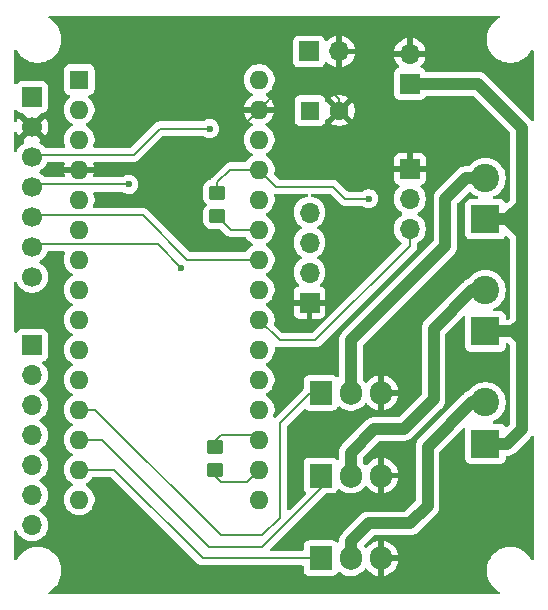
<source format=gbr>
%TF.GenerationSoftware,KiCad,Pcbnew,9.0.1*%
%TF.CreationDate,2025-04-18T16:01:06+02:00*%
%TF.ProjectId,K-Pillar,4b2d5069-6c6c-4617-922e-6b696361645f,rev?*%
%TF.SameCoordinates,Original*%
%TF.FileFunction,Copper,L2,Bot*%
%TF.FilePolarity,Positive*%
%FSLAX46Y46*%
G04 Gerber Fmt 4.6, Leading zero omitted, Abs format (unit mm)*
G04 Created by KiCad (PCBNEW 9.0.1) date 2025-04-18 16:01:06*
%MOMM*%
%LPD*%
G01*
G04 APERTURE LIST*
G04 Aperture macros list*
%AMRoundRect*
0 Rectangle with rounded corners*
0 $1 Rounding radius*
0 $2 $3 $4 $5 $6 $7 $8 $9 X,Y pos of 4 corners*
0 Add a 4 corners polygon primitive as box body*
4,1,4,$2,$3,$4,$5,$6,$7,$8,$9,$2,$3,0*
0 Add four circle primitives for the rounded corners*
1,1,$1+$1,$2,$3*
1,1,$1+$1,$4,$5*
1,1,$1+$1,$6,$7*
1,1,$1+$1,$8,$9*
0 Add four rect primitives between the rounded corners*
20,1,$1+$1,$2,$3,$4,$5,0*
20,1,$1+$1,$4,$5,$6,$7,0*
20,1,$1+$1,$6,$7,$8,$9,0*
20,1,$1+$1,$8,$9,$2,$3,0*%
G04 Aperture macros list end*
%TA.AperFunction,ComponentPad*%
%ADD10O,1.905000X2.000000*%
%TD*%
%TA.AperFunction,ComponentPad*%
%ADD11R,1.905000X2.000000*%
%TD*%
%TA.AperFunction,SMDPad,CuDef*%
%ADD12RoundRect,0.250000X0.450000X-0.350000X0.450000X0.350000X-0.450000X0.350000X-0.450000X-0.350000X0*%
%TD*%
%TA.AperFunction,ComponentPad*%
%ADD13R,1.700000X1.700000*%
%TD*%
%TA.AperFunction,ComponentPad*%
%ADD14O,1.700000X1.700000*%
%TD*%
%TA.AperFunction,ComponentPad*%
%ADD15C,1.700000*%
%TD*%
%TA.AperFunction,ComponentPad*%
%ADD16R,2.400000X2.400000*%
%TD*%
%TA.AperFunction,ComponentPad*%
%ADD17C,2.400000*%
%TD*%
%TA.AperFunction,ComponentPad*%
%ADD18R,1.600000X1.600000*%
%TD*%
%TA.AperFunction,ComponentPad*%
%ADD19O,1.600000X1.600000*%
%TD*%
%TA.AperFunction,ComponentPad*%
%ADD20C,1.600000*%
%TD*%
%TA.AperFunction,SMDPad,CuDef*%
%ADD21RoundRect,0.250000X-0.450000X0.350000X-0.450000X-0.350000X0.450000X-0.350000X0.450000X0.350000X0*%
%TD*%
%TA.AperFunction,ViaPad*%
%ADD22C,0.600000*%
%TD*%
%TA.AperFunction,Conductor*%
%ADD23C,1.000000*%
%TD*%
%TA.AperFunction,Conductor*%
%ADD24C,0.200000*%
%TD*%
G04 APERTURE END LIST*
D10*
%TO.P,Q1,3,S*%
%TO.N,GND*%
X57040000Y-66445000D03*
%TO.P,Q1,2,D*%
%TO.N,Net-(M1--)*%
X54500000Y-66445000D03*
D11*
%TO.P,Q1,1,G*%
%TO.N,PUMP1*%
X51960000Y-66445000D03*
%TD*%
D12*
%TO.P,R1,2*%
%TO.N,+5V*%
X43200000Y-35500000D03*
%TO.P,R1,1*%
%TO.N,RTC_DS*%
X43200000Y-37500000D03*
%TD*%
D13*
%TO.P,J1,1,Pin_1*%
%TO.N,GND*%
X51000000Y-44800000D03*
D14*
%TO.P,J1,2,Pin_2*%
%TO.N,+5V*%
X51000000Y-42260000D03*
%TO.P,J1,3,Pin_3*%
%TO.N,RTC_SDA*%
X51000000Y-39720000D03*
%TO.P,J1,4,Pin_4*%
%TO.N,RTC_SCL*%
X51000000Y-37180000D03*
%TD*%
D13*
%TO.P,J4,1,Pin_1*%
%TO.N,RTC_BAT*%
X27500000Y-27380000D03*
D15*
%TO.P,J4,2,Pin_2*%
%TO.N,GND*%
X27500000Y-29920000D03*
%TO.P,J4,3,Pin_3*%
%TO.N,+5V*%
X27500000Y-32460000D03*
%TO.P,J4,4,Pin_4*%
%TO.N,RTC_SDA*%
X27500000Y-35000000D03*
%TO.P,J4,5,Pin_5*%
%TO.N,RTC_SCL*%
X27500000Y-37540000D03*
%TO.P,J4,6,Pin_6*%
%TO.N,RTC_DS*%
X27500000Y-40080000D03*
%TO.P,J4,7,Pin_7*%
%TO.N,RTC_SQ*%
X27500000Y-42620000D03*
%TD*%
D13*
%TO.P,J2,1,Pin_1*%
%TO.N,Net-(A1-D3)*%
X27500000Y-48420000D03*
D14*
%TO.P,J2,2,Pin_2*%
%TO.N,Net-(A1-D4)*%
X27500000Y-50960000D03*
%TO.P,J2,3,Pin_3*%
%TO.N,Net-(A1-D5)*%
X27500000Y-53500000D03*
%TO.P,J2,4,Pin_4*%
%TO.N,Net-(A1-D6)*%
X27500000Y-56040000D03*
%TO.P,J2,5,Pin_5*%
%TO.N,Net-(A1-D7)*%
X27500000Y-58580000D03*
%TO.P,J2,6,Pin_6*%
%TO.N,Net-(A1-D8)*%
X27500000Y-61120000D03*
%TO.P,J2,7,Pin_7*%
%TO.N,Net-(A1-D12)*%
X27500000Y-63660000D03*
%TD*%
D13*
%TO.P,12V1,1,Pin_1*%
%TO.N,+12V*%
X59500000Y-26275000D03*
D14*
%TO.P,12V1,2,Pin_2*%
%TO.N,GND*%
X59500000Y-23735000D03*
%TD*%
D16*
%TO.P,M1,1,+*%
%TO.N,+12V*%
X65900000Y-56750000D03*
D17*
%TO.P,M1,2,-*%
%TO.N,Net-(M1--)*%
X65900000Y-53250000D03*
%TD*%
D16*
%TO.P,M3,1,+*%
%TO.N,+12V*%
X65900000Y-37750000D03*
D17*
%TO.P,M3,2,-*%
%TO.N,Net-(M3--)*%
X65900000Y-34250000D03*
%TD*%
D11*
%TO.P,Q2,1,G*%
%TO.N,PUMP2*%
X51960000Y-59445000D03*
D10*
%TO.P,Q2,2,D*%
%TO.N,Net-(M2--)*%
X54500000Y-59445000D03*
%TO.P,Q2,3,S*%
%TO.N,GND*%
X57040000Y-59445000D03*
%TD*%
D18*
%TO.P,A1,1,D1/TX*%
%TO.N,unconnected-(A1-D1{slash}TX-Pad1)*%
X31500000Y-25920000D03*
D19*
%TO.P,A1,2,D0/RX*%
%TO.N,unconnected-(A1-D0{slash}RX-Pad2)*%
X31500000Y-28460000D03*
%TO.P,A1,3,~{RESET}*%
%TO.N,unconnected-(A1-~{RESET}-Pad3)*%
X31500000Y-31000000D03*
%TO.P,A1,4,GND*%
%TO.N,GND*%
X31500000Y-33540000D03*
%TO.P,A1,5,D2*%
%TO.N,RTC_SQ*%
X31500000Y-36080000D03*
%TO.P,A1,6,D3*%
%TO.N,Net-(A1-D3)*%
X31500000Y-38620000D03*
%TO.P,A1,7,D4*%
%TO.N,Net-(A1-D4)*%
X31500000Y-41160000D03*
%TO.P,A1,8,D5*%
%TO.N,Net-(A1-D5)*%
X31500000Y-43700000D03*
%TO.P,A1,9,D6*%
%TO.N,Net-(A1-D6)*%
X31500000Y-46240000D03*
%TO.P,A1,10,D7*%
%TO.N,Net-(A1-D7)*%
X31500000Y-48780000D03*
%TO.P,A1,11,D8*%
%TO.N,Net-(A1-D8)*%
X31500000Y-51320000D03*
%TO.P,A1,12,D9*%
%TO.N,PUMP3*%
X31500000Y-53860000D03*
%TO.P,A1,13,D10*%
%TO.N,PUMP2*%
X31500000Y-56400000D03*
%TO.P,A1,14,D11*%
%TO.N,PUMP1*%
X31500000Y-58940000D03*
%TO.P,A1,15,D12*%
%TO.N,Net-(A1-D12)*%
X31500000Y-61480000D03*
%TO.P,A1,16,D13*%
%TO.N,unconnected-(A1-D13-Pad16)*%
X46740000Y-61480000D03*
%TO.P,A1,17,3V3*%
%TO.N,Net-(A1-3V3)*%
X46740000Y-58940000D03*
%TO.P,A1,18,AREF*%
%TO.N,Net-(A1-AREF)*%
X46740000Y-56400000D03*
%TO.P,A1,19,A0*%
%TO.N,unconnected-(A1-A0-Pad19)*%
X46740000Y-53860000D03*
%TO.P,A1,20,A1*%
%TO.N,unconnected-(A1-A1-Pad20)*%
X46740000Y-51320000D03*
%TO.P,A1,21,A2*%
%TO.N,unconnected-(A1-A2-Pad21)*%
X46740000Y-48780000D03*
%TO.P,A1,22,A3*%
%TO.N,Net-(A1-A3)*%
X46740000Y-46240000D03*
%TO.P,A1,23,A4*%
%TO.N,RTC_SDA*%
X46740000Y-43700000D03*
%TO.P,A1,24,A5*%
%TO.N,RTC_SCL*%
X46740000Y-41160000D03*
%TO.P,A1,25,A6*%
%TO.N,RTC_DS*%
X46740000Y-38620000D03*
%TO.P,A1,26,A7*%
%TO.N,RTC_BAT*%
X46740000Y-36080000D03*
%TO.P,A1,27,+5V*%
%TO.N,+5V*%
X46740000Y-33540000D03*
%TO.P,A1,28,~{RESET}*%
%TO.N,unconnected-(A1-~{RESET}-Pad28)*%
X46740000Y-31000000D03*
%TO.P,A1,29,GND*%
%TO.N,GND*%
X46740000Y-28460000D03*
%TO.P,A1,30,VIN*%
%TO.N,unconnected-(A1-VIN-Pad30)*%
X46740000Y-25920000D03*
%TD*%
D16*
%TO.P,M2,1,+*%
%TO.N,+12V*%
X65900000Y-47250000D03*
D17*
%TO.P,M2,2,-*%
%TO.N,Net-(M2--)*%
X65900000Y-43750000D03*
%TD*%
D13*
%TO.P,5V1,1,Pin_1*%
%TO.N,+5V*%
X50965000Y-23540000D03*
D14*
%TO.P,5V1,2,Pin_2*%
%TO.N,GND*%
X53505000Y-23540000D03*
%TD*%
D11*
%TO.P,Q3,1,G*%
%TO.N,PUMP3*%
X51960000Y-52445000D03*
D10*
%TO.P,Q3,2,D*%
%TO.N,Net-(M3--)*%
X54500000Y-52445000D03*
%TO.P,Q3,3,S*%
%TO.N,GND*%
X57040000Y-52445000D03*
%TD*%
D13*
%TO.P,J3,1,Pin_1*%
%TO.N,GND*%
X59500000Y-33475000D03*
D14*
%TO.P,J3,2,Pin_2*%
%TO.N,+5V*%
X59500000Y-36015000D03*
%TO.P,J3,3,Pin_3*%
%TO.N,Net-(A1-A3)*%
X59500000Y-38555000D03*
%TD*%
D18*
%TO.P,C2,1*%
%TO.N,+5V*%
X51034888Y-28540000D03*
D20*
%TO.P,C2,2*%
%TO.N,GND*%
X53534888Y-28540000D03*
%TD*%
D21*
%TO.P,R2,1*%
%TO.N,Net-(A1-AREF)*%
X43000000Y-57000000D03*
%TO.P,R2,2*%
%TO.N,Net-(A1-3V3)*%
X43000000Y-59000000D03*
%TD*%
D22*
%TO.N,RTC_DS*%
X40130000Y-41870000D03*
%TO.N,+5V*%
X42550000Y-30070000D03*
%TO.N,RTC_SDA*%
X35700000Y-34800000D03*
%TO.N,+5V*%
X56000000Y-36000000D03*
%TD*%
D23*
%TO.N,Net-(M3--)*%
X62500000Y-40000000D02*
X54500000Y-48000000D01*
X54500000Y-48000000D02*
X54500000Y-52445000D01*
X62500000Y-36000000D02*
X62500000Y-40000000D01*
X64250000Y-34250000D02*
X62500000Y-36000000D01*
X65900000Y-34250000D02*
X64250000Y-34250000D01*
%TO.N,Net-(M2--)*%
X54500000Y-57500000D02*
X54500000Y-59445000D01*
X61500000Y-53000000D02*
X59000000Y-55500000D01*
X59000000Y-55500000D02*
X56500000Y-55500000D01*
X64750000Y-43750000D02*
X61500000Y-47000000D01*
X56500000Y-55500000D02*
X54500000Y-57500000D01*
X65900000Y-43750000D02*
X64750000Y-43750000D01*
X61500000Y-47000000D02*
X61500000Y-53000000D01*
D24*
%TO.N,PUMP2*%
X51960000Y-60540000D02*
X51960000Y-59445000D01*
X47000000Y-65500000D02*
X51960000Y-60540000D01*
%TO.N,PUMP3*%
X51055000Y-52445000D02*
X51960000Y-52445000D01*
X48500000Y-55000000D02*
X51055000Y-52445000D01*
X32860000Y-53860000D02*
X31500000Y-53860000D01*
X48500000Y-63000000D02*
X47000000Y-64500000D01*
X48500000Y-55000000D02*
X48500000Y-63000000D01*
X47000000Y-64500000D02*
X43500000Y-64500000D01*
X43500000Y-64500000D02*
X32860000Y-53860000D01*
%TO.N,PUMP1*%
X41945000Y-66445000D02*
X51960000Y-66445000D01*
D23*
%TO.N,Net-(M1--)*%
X54500000Y-65000000D02*
X54500000Y-66445000D01*
X59500000Y-63500000D02*
X56000000Y-63500000D01*
X56000000Y-63500000D02*
X54500000Y-65000000D01*
X64750000Y-53250000D02*
X61000000Y-57000000D01*
X65900000Y-53250000D02*
X64750000Y-53250000D01*
X61000000Y-57000000D02*
X61000000Y-62000000D01*
X61000000Y-62000000D02*
X59500000Y-63500000D01*
D24*
%TO.N,PUMP2*%
X42500000Y-65500000D02*
X33400000Y-56400000D01*
X47000000Y-65500000D02*
X42500000Y-65500000D01*
X33400000Y-56400000D02*
X31500000Y-56400000D01*
%TO.N,RTC_DS*%
X38130000Y-39870000D02*
X40130000Y-41870000D01*
X37070000Y-39870000D02*
X38130000Y-39870000D01*
X34860000Y-39870000D02*
X37070000Y-39870000D01*
X27710000Y-39870000D02*
X34860000Y-39870000D01*
X27500000Y-40080000D02*
X27710000Y-39870000D01*
%TO.N,+5V*%
X27680000Y-32280000D02*
X27500000Y-32460000D01*
X36110000Y-32280000D02*
X27680000Y-32280000D01*
X38320000Y-30070000D02*
X36110000Y-32280000D01*
X42550000Y-30070000D02*
X38320000Y-30070000D01*
X44260000Y-33540000D02*
X46740000Y-33540000D01*
X43200000Y-34600000D02*
X44260000Y-33540000D01*
X43200000Y-35500000D02*
X43200000Y-34600000D01*
%TO.N,RTC_DS*%
X44320000Y-38620000D02*
X43200000Y-37500000D01*
X46740000Y-38620000D02*
X44320000Y-38620000D01*
%TO.N,RTC_SDA*%
X27700000Y-34800000D02*
X27500000Y-35000000D01*
X35700000Y-34800000D02*
X27700000Y-34800000D01*
%TO.N,RTC_SCL*%
X27640000Y-37400000D02*
X27500000Y-37540000D01*
X36900000Y-37400000D02*
X27640000Y-37400000D01*
X40660000Y-41160000D02*
X36900000Y-37400000D01*
X46740000Y-41160000D02*
X40660000Y-41160000D01*
%TO.N,Net-(A1-A3)*%
X59500000Y-38555000D02*
X59500000Y-40000000D01*
X59500000Y-40000000D02*
X51500000Y-48000000D01*
X51500000Y-48000000D02*
X48500000Y-48000000D01*
X48500000Y-48000000D02*
X46740000Y-46240000D01*
%TO.N,RTC_SQ*%
X31340000Y-35920000D02*
X31500000Y-36080000D01*
%TO.N,Net-(A1-D5)*%
X31340000Y-43540000D02*
X31500000Y-43700000D01*
%TO.N,GND*%
X41660000Y-33540000D02*
X31500000Y-33540000D01*
X52500000Y-26500000D02*
X48700000Y-26500000D01*
X53534888Y-28540000D02*
X53534888Y-27534888D01*
X53534888Y-27534888D02*
X52500000Y-26500000D01*
X46740000Y-28460000D02*
X41660000Y-33540000D01*
X48700000Y-26500000D02*
X46740000Y-28460000D01*
%TO.N,Net-(A1-D4)*%
X28000000Y-51160000D02*
X28160000Y-51320000D01*
%TO.N,Net-(A1-D7)*%
X31340000Y-48620000D02*
X31500000Y-48780000D01*
%TO.N,Net-(A1-3V3)*%
X43000000Y-59500000D02*
X43500000Y-60000000D01*
X43000000Y-59000000D02*
X43000000Y-59500000D01*
X45680000Y-60000000D02*
X46740000Y-58940000D01*
X43500000Y-60000000D02*
X45680000Y-60000000D01*
%TO.N,+5V*%
X54000000Y-36000000D02*
X53000000Y-35000000D01*
X56000000Y-36000000D02*
X54000000Y-36000000D01*
X48200000Y-35000000D02*
X46740000Y-33540000D01*
X53000000Y-35000000D02*
X48200000Y-35000000D01*
%TO.N,Net-(A1-D6)*%
X31340000Y-46080000D02*
X31500000Y-46240000D01*
%TO.N,Net-(A1-AREF)*%
X46740000Y-56400000D02*
X46740000Y-56240000D01*
X46740000Y-56240000D02*
X46500000Y-56000000D01*
X43500000Y-56000000D02*
X43000000Y-56500000D01*
X43000000Y-56500000D02*
X43000000Y-57000000D01*
X46500000Y-56000000D02*
X43500000Y-56000000D01*
D23*
%TO.N,+12V*%
X69000000Y-39000000D02*
X67750000Y-37750000D01*
X69000000Y-46500000D02*
X69000000Y-39000000D01*
X67750000Y-56750000D02*
X65900000Y-56750000D01*
X65900000Y-47250000D02*
X68250000Y-47250000D01*
X68750000Y-37750000D02*
X67750000Y-37750000D01*
X69000000Y-48000000D02*
X69000000Y-46500000D01*
X65275000Y-26275000D02*
X69000000Y-30000000D01*
X68250000Y-47250000D02*
X69000000Y-48000000D01*
X69000000Y-36500000D02*
X67750000Y-37750000D01*
X69000000Y-55500000D02*
X67750000Y-56750000D01*
X69000000Y-36500000D02*
X69000000Y-37500000D01*
X59500000Y-26275000D02*
X65275000Y-26275000D01*
X69000000Y-37500000D02*
X69000000Y-39000000D01*
X67750000Y-37750000D02*
X65900000Y-37750000D01*
X68250000Y-47250000D02*
X69000000Y-46500000D01*
X69000000Y-48000000D02*
X69000000Y-55500000D01*
X69000000Y-37500000D02*
X68750000Y-37750000D01*
X69000000Y-30000000D02*
X69000000Y-36500000D01*
D24*
%TO.N,PUMP1*%
X34440000Y-58940000D02*
X31500000Y-58940000D01*
X41945000Y-66445000D02*
X34440000Y-58940000D01*
%TD*%
%TA.AperFunction,Conductor*%
%TO.N,GND*%
G36*
X30256422Y-40490185D02*
G01*
X30302177Y-40542989D01*
X30312121Y-40612147D01*
X30299868Y-40650795D01*
X30294781Y-40660776D01*
X30231522Y-40855465D01*
X30199500Y-41057648D01*
X30199500Y-41262351D01*
X30231522Y-41464534D01*
X30294781Y-41659223D01*
X30336749Y-41741588D01*
X30375408Y-41817461D01*
X30387715Y-41841613D01*
X30508028Y-42007213D01*
X30652786Y-42151971D01*
X30807749Y-42264556D01*
X30818390Y-42272287D01*
X30909840Y-42318883D01*
X30911080Y-42319515D01*
X30961876Y-42367490D01*
X30978671Y-42435311D01*
X30956134Y-42501446D01*
X30911080Y-42540485D01*
X30818386Y-42587715D01*
X30652786Y-42708028D01*
X30508028Y-42852786D01*
X30387715Y-43018386D01*
X30294781Y-43200776D01*
X30231522Y-43395465D01*
X30199500Y-43597648D01*
X30199500Y-43802351D01*
X30231522Y-44004534D01*
X30294781Y-44199223D01*
X30387715Y-44381613D01*
X30508028Y-44547213D01*
X30652786Y-44691971D01*
X30807749Y-44804556D01*
X30818390Y-44812287D01*
X30909840Y-44858883D01*
X30911080Y-44859515D01*
X30961876Y-44907490D01*
X30978671Y-44975311D01*
X30956134Y-45041446D01*
X30911080Y-45080485D01*
X30818386Y-45127715D01*
X30652786Y-45248028D01*
X30508028Y-45392786D01*
X30387715Y-45558386D01*
X30294781Y-45740776D01*
X30231522Y-45935465D01*
X30199500Y-46137648D01*
X30199500Y-46342351D01*
X30231522Y-46544534D01*
X30294781Y-46739223D01*
X30387715Y-46921613D01*
X30508028Y-47087213D01*
X30652786Y-47231971D01*
X30807749Y-47344556D01*
X30818390Y-47352287D01*
X30872417Y-47379815D01*
X30911080Y-47399515D01*
X30961876Y-47447490D01*
X30978671Y-47515311D01*
X30956134Y-47581446D01*
X30911080Y-47620485D01*
X30818386Y-47667715D01*
X30652786Y-47788028D01*
X30508028Y-47932786D01*
X30387715Y-48098386D01*
X30294781Y-48280776D01*
X30231522Y-48475465D01*
X30199500Y-48677648D01*
X30199500Y-48882351D01*
X30231522Y-49084534D01*
X30294781Y-49279223D01*
X30387715Y-49461613D01*
X30508028Y-49627213D01*
X30652786Y-49771971D01*
X30787914Y-49870145D01*
X30818390Y-49892287D01*
X30892202Y-49929896D01*
X30911080Y-49939515D01*
X30961876Y-49987490D01*
X30978671Y-50055311D01*
X30956134Y-50121446D01*
X30911080Y-50160485D01*
X30818386Y-50207715D01*
X30652786Y-50328028D01*
X30508028Y-50472786D01*
X30387715Y-50638386D01*
X30294781Y-50820776D01*
X30231522Y-51015465D01*
X30199500Y-51217648D01*
X30199500Y-51422351D01*
X30231522Y-51624534D01*
X30294781Y-51819223D01*
X30333392Y-51895000D01*
X30381850Y-51990104D01*
X30387715Y-52001613D01*
X30508028Y-52167213D01*
X30652786Y-52311971D01*
X30807749Y-52424556D01*
X30818390Y-52432287D01*
X30892190Y-52469890D01*
X30911080Y-52479515D01*
X30961876Y-52527490D01*
X30978671Y-52595311D01*
X30956134Y-52661446D01*
X30911080Y-52700485D01*
X30818386Y-52747715D01*
X30652786Y-52868028D01*
X30508028Y-53012786D01*
X30387715Y-53178386D01*
X30294781Y-53360776D01*
X30231522Y-53555465D01*
X30199500Y-53757648D01*
X30199500Y-53962351D01*
X30231522Y-54164534D01*
X30294781Y-54359223D01*
X30305259Y-54379786D01*
X30382433Y-54531248D01*
X30387715Y-54541613D01*
X30508028Y-54707213D01*
X30652786Y-54851971D01*
X30807749Y-54964556D01*
X30818390Y-54972287D01*
X30892190Y-55009890D01*
X30911080Y-55019515D01*
X30961876Y-55067490D01*
X30978671Y-55135311D01*
X30956134Y-55201446D01*
X30911080Y-55240485D01*
X30818386Y-55287715D01*
X30652786Y-55408028D01*
X30508028Y-55552786D01*
X30387715Y-55718386D01*
X30294781Y-55900776D01*
X30231522Y-56095465D01*
X30199500Y-56297648D01*
X30199500Y-56502351D01*
X30231522Y-56704534D01*
X30294781Y-56899223D01*
X30346385Y-57000500D01*
X30381850Y-57070104D01*
X30387715Y-57081613D01*
X30508028Y-57247213D01*
X30652786Y-57391971D01*
X30754379Y-57465781D01*
X30818390Y-57512287D01*
X30892190Y-57549890D01*
X30911080Y-57559515D01*
X30961876Y-57607490D01*
X30978671Y-57675311D01*
X30956134Y-57741446D01*
X30911080Y-57780485D01*
X30818386Y-57827715D01*
X30652786Y-57948028D01*
X30508028Y-58092786D01*
X30387715Y-58258386D01*
X30294781Y-58440776D01*
X30231522Y-58635465D01*
X30199500Y-58837648D01*
X30199500Y-59042352D01*
X30201879Y-59057371D01*
X30231522Y-59244534D01*
X30294781Y-59439223D01*
X30346385Y-59540500D01*
X30381850Y-59610104D01*
X30387715Y-59621613D01*
X30508028Y-59787213D01*
X30652786Y-59931971D01*
X30794340Y-60034814D01*
X30818390Y-60052287D01*
X30892190Y-60089890D01*
X30911080Y-60099515D01*
X30961876Y-60147490D01*
X30978671Y-60215311D01*
X30956134Y-60281446D01*
X30911080Y-60320485D01*
X30818386Y-60367715D01*
X30652786Y-60488028D01*
X30508028Y-60632786D01*
X30387715Y-60798386D01*
X30294781Y-60980776D01*
X30231522Y-61175465D01*
X30199500Y-61377648D01*
X30199500Y-61582351D01*
X30231522Y-61784534D01*
X30294781Y-61979223D01*
X30355578Y-62098541D01*
X30381850Y-62150104D01*
X30387715Y-62161613D01*
X30508028Y-62327213D01*
X30652786Y-62471971D01*
X30786598Y-62569189D01*
X30818390Y-62592287D01*
X30892202Y-62629896D01*
X31000776Y-62685218D01*
X31000778Y-62685218D01*
X31000781Y-62685220D01*
X31045971Y-62699903D01*
X31195465Y-62748477D01*
X31213068Y-62751265D01*
X31397648Y-62780500D01*
X31397649Y-62780500D01*
X31602351Y-62780500D01*
X31602352Y-62780500D01*
X31804534Y-62748477D01*
X31999219Y-62685220D01*
X32181610Y-62592287D01*
X32301819Y-62504951D01*
X32347213Y-62471971D01*
X32347215Y-62471968D01*
X32347219Y-62471966D01*
X32491966Y-62327219D01*
X32491968Y-62327215D01*
X32491971Y-62327213D01*
X32547413Y-62250902D01*
X32612287Y-62161610D01*
X32705220Y-61979219D01*
X32768477Y-61784534D01*
X32800500Y-61582352D01*
X32800500Y-61377648D01*
X32768477Y-61175465D01*
X32707765Y-60988614D01*
X32705220Y-60980781D01*
X32705218Y-60980778D01*
X32705218Y-60980776D01*
X32658351Y-60888796D01*
X32612287Y-60798390D01*
X32604556Y-60787749D01*
X32491971Y-60632786D01*
X32347213Y-60488028D01*
X32181614Y-60367715D01*
X32175006Y-60364348D01*
X32088917Y-60320483D01*
X32038123Y-60272511D01*
X32021328Y-60204690D01*
X32043865Y-60138555D01*
X32088917Y-60099516D01*
X32181610Y-60052287D01*
X32205662Y-60034812D01*
X32347213Y-59931971D01*
X32347215Y-59931968D01*
X32347219Y-59931966D01*
X32491966Y-59787219D01*
X32491968Y-59787215D01*
X32491971Y-59787213D01*
X32612284Y-59621614D01*
X32612285Y-59621613D01*
X32612287Y-59621610D01*
X32619117Y-59608204D01*
X32667091Y-59557409D01*
X32729602Y-59540500D01*
X34139903Y-59540500D01*
X34206942Y-59560185D01*
X34227583Y-59576818D01*
X41576284Y-66925520D01*
X41713215Y-67004577D01*
X41865943Y-67045501D01*
X41865946Y-67045501D01*
X42031654Y-67045501D01*
X42031670Y-67045500D01*
X50383001Y-67045500D01*
X50450040Y-67065185D01*
X50495795Y-67117989D01*
X50507001Y-67169500D01*
X50507001Y-67492876D01*
X50513408Y-67552483D01*
X50563702Y-67687328D01*
X50563706Y-67687335D01*
X50649952Y-67802544D01*
X50649955Y-67802547D01*
X50765164Y-67888793D01*
X50765171Y-67888797D01*
X50900017Y-67939091D01*
X50900016Y-67939091D01*
X50906944Y-67939835D01*
X50959627Y-67945500D01*
X52960372Y-67945499D01*
X53019983Y-67939091D01*
X53154831Y-67888796D01*
X53270046Y-67802546D01*
X53356296Y-67687331D01*
X53366690Y-67659460D01*
X53408560Y-67603527D01*
X53474023Y-67579108D01*
X53542297Y-67593958D01*
X53555746Y-67602465D01*
X53738462Y-67735217D01*
X53846255Y-67790140D01*
X53942244Y-67839049D01*
X54159751Y-67909721D01*
X54159752Y-67909721D01*
X54159755Y-67909722D01*
X54385646Y-67945500D01*
X54385647Y-67945500D01*
X54614353Y-67945500D01*
X54614354Y-67945500D01*
X54840245Y-67909722D01*
X54840248Y-67909721D01*
X54840249Y-67909721D01*
X55057755Y-67839049D01*
X55057755Y-67839048D01*
X55057758Y-67839048D01*
X55261538Y-67735217D01*
X55446566Y-67600786D01*
X55608286Y-67439066D01*
X55669992Y-67354134D01*
X55725319Y-67311470D01*
X55794932Y-67305491D01*
X55856727Y-67338096D01*
X55870626Y-67354135D01*
X55932097Y-67438741D01*
X55932097Y-67438742D01*
X56093757Y-67600402D01*
X56278723Y-67734788D01*
X56482429Y-67838582D01*
X56699871Y-67909234D01*
X56790000Y-67923509D01*
X56790000Y-66935747D01*
X56827708Y-66957518D01*
X56967591Y-66995000D01*
X57112409Y-66995000D01*
X57252292Y-66957518D01*
X57290000Y-66935747D01*
X57290000Y-67923508D01*
X57380128Y-67909234D01*
X57597570Y-67838582D01*
X57801276Y-67734788D01*
X57986242Y-67600402D01*
X58147902Y-67438742D01*
X58282288Y-67253776D01*
X58386082Y-67050070D01*
X58456734Y-66832628D01*
X58478532Y-66695000D01*
X57530748Y-66695000D01*
X57552518Y-66657292D01*
X57590000Y-66517409D01*
X57590000Y-66372591D01*
X57552518Y-66232708D01*
X57530748Y-66195000D01*
X58478532Y-66195000D01*
X58456734Y-66057371D01*
X58386082Y-65839929D01*
X58282288Y-65636223D01*
X58147902Y-65451257D01*
X57986242Y-65289597D01*
X57801276Y-65155211D01*
X57597568Y-65051417D01*
X57380124Y-64980765D01*
X57290000Y-64966490D01*
X57290000Y-65954252D01*
X57252292Y-65932482D01*
X57112409Y-65895000D01*
X56967591Y-65895000D01*
X56827708Y-65932482D01*
X56790000Y-65954252D01*
X56790000Y-64966490D01*
X56789999Y-64966490D01*
X56699875Y-64980765D01*
X56482431Y-65051417D01*
X56278723Y-65155211D01*
X56093757Y-65289597D01*
X55932097Y-65451257D01*
X55870627Y-65535864D01*
X55815297Y-65578529D01*
X55745684Y-65584508D01*
X55683889Y-65551902D01*
X55669991Y-65535863D01*
X55609813Y-65453035D01*
X55586333Y-65387229D01*
X55602159Y-65319175D01*
X55622446Y-65292473D01*
X56378102Y-64536819D01*
X56439425Y-64503334D01*
X56465783Y-64500500D01*
X59598542Y-64500500D01*
X59612832Y-64497657D01*
X59695188Y-64481275D01*
X59791836Y-64462051D01*
X59851978Y-64437139D01*
X59973914Y-64386632D01*
X60137782Y-64277139D01*
X60277139Y-64137782D01*
X60277139Y-64137780D01*
X60287347Y-64127573D01*
X60287348Y-64127570D01*
X61777139Y-62637782D01*
X61843847Y-62537946D01*
X61886631Y-62473916D01*
X61886636Y-62473906D01*
X61936911Y-62352528D01*
X61962051Y-62291835D01*
X61987955Y-62161610D01*
X62000500Y-62098543D01*
X62000500Y-57465781D01*
X62020185Y-57398742D01*
X62036814Y-57378105D01*
X63987819Y-55427099D01*
X64049142Y-55393615D01*
X64118834Y-55398599D01*
X64174767Y-55440471D01*
X64199184Y-55505935D01*
X64199500Y-55514781D01*
X64199500Y-57997870D01*
X64199501Y-57997876D01*
X64205908Y-58057483D01*
X64256202Y-58192328D01*
X64256206Y-58192335D01*
X64342452Y-58307544D01*
X64342455Y-58307547D01*
X64457664Y-58393793D01*
X64457671Y-58393797D01*
X64592517Y-58444091D01*
X64592516Y-58444091D01*
X64599444Y-58444835D01*
X64652127Y-58450500D01*
X67147872Y-58450499D01*
X67207483Y-58444091D01*
X67342331Y-58393796D01*
X67457546Y-58307546D01*
X67543796Y-58192331D01*
X67594091Y-58057483D01*
X67600500Y-57997873D01*
X67600500Y-57874500D01*
X67601489Y-57871129D01*
X67600686Y-57867710D01*
X67611262Y-57837846D01*
X67620185Y-57807461D01*
X67622838Y-57805161D01*
X67624012Y-57801849D01*
X67649060Y-57782439D01*
X67672989Y-57761706D01*
X67677283Y-57760571D01*
X67679242Y-57759054D01*
X67692562Y-57756536D01*
X67713600Y-57750980D01*
X67719039Y-57750500D01*
X67848540Y-57750500D01*
X67848541Y-57750500D01*
X67945188Y-57731275D01*
X68041836Y-57712051D01*
X68095165Y-57689961D01*
X68223914Y-57636632D01*
X68387782Y-57527139D01*
X68527139Y-57387782D01*
X68527140Y-57387779D01*
X68534206Y-57380714D01*
X68534209Y-57380710D01*
X69637778Y-56277141D01*
X69637782Y-56277139D01*
X69777139Y-56137782D01*
X69779804Y-56133793D01*
X69787434Y-56126096D01*
X69813127Y-56111919D01*
X69837387Y-56095393D01*
X69843370Y-56095232D01*
X69848609Y-56092342D01*
X69877889Y-56094306D01*
X69907232Y-56093520D01*
X69912351Y-56096619D01*
X69918322Y-56097020D01*
X69941892Y-56114502D01*
X69967002Y-56129704D01*
X69969633Y-56135079D01*
X69974439Y-56138644D01*
X69984815Y-56166093D01*
X69997721Y-56192459D01*
X69998573Y-56202492D01*
X69999144Y-56204001D01*
X69998828Y-56205484D01*
X69999500Y-56213391D01*
X69999500Y-66499462D01*
X69979815Y-66566501D01*
X69927011Y-66612256D01*
X69857853Y-66622200D01*
X69794297Y-66593175D01*
X69768113Y-66561462D01*
X69666924Y-66386196D01*
X69507281Y-66178148D01*
X69507274Y-66178140D01*
X69321860Y-65992726D01*
X69321851Y-65992718D01*
X69113803Y-65833075D01*
X68886700Y-65701958D01*
X68886690Y-65701953D01*
X68644428Y-65601605D01*
X68644421Y-65601603D01*
X68644419Y-65601602D01*
X68391116Y-65533730D01*
X68333339Y-65526123D01*
X68131127Y-65499500D01*
X68131120Y-65499500D01*
X67868880Y-65499500D01*
X67868872Y-65499500D01*
X67637772Y-65529926D01*
X67608884Y-65533730D01*
X67441691Y-65578529D01*
X67355581Y-65601602D01*
X67355571Y-65601605D01*
X67113309Y-65701953D01*
X67113299Y-65701958D01*
X66886196Y-65833075D01*
X66678148Y-65992718D01*
X66492718Y-66178148D01*
X66333075Y-66386196D01*
X66201958Y-66613299D01*
X66201953Y-66613309D01*
X66101605Y-66855571D01*
X66101602Y-66855581D01*
X66050714Y-67045501D01*
X66033730Y-67108885D01*
X65999500Y-67368872D01*
X65999500Y-67631127D01*
X66013205Y-67735217D01*
X66033730Y-67891116D01*
X66055178Y-67971161D01*
X66101602Y-68144418D01*
X66101605Y-68144428D01*
X66201953Y-68386690D01*
X66201958Y-68386700D01*
X66333075Y-68613803D01*
X66492718Y-68821851D01*
X66492726Y-68821860D01*
X66678140Y-69007274D01*
X66678148Y-69007281D01*
X66886196Y-69166924D01*
X67061462Y-69268113D01*
X67109677Y-69318680D01*
X67122901Y-69387287D01*
X67096933Y-69452151D01*
X67040019Y-69492680D01*
X66999462Y-69499500D01*
X29000538Y-69499500D01*
X28933499Y-69479815D01*
X28887744Y-69427011D01*
X28877800Y-69357853D01*
X28906825Y-69294297D01*
X28938538Y-69268113D01*
X29113803Y-69166924D01*
X29321851Y-69007282D01*
X29321855Y-69007277D01*
X29321860Y-69007274D01*
X29507274Y-68821860D01*
X29507277Y-68821855D01*
X29507282Y-68821851D01*
X29666924Y-68613803D01*
X29798043Y-68386697D01*
X29898398Y-68144419D01*
X29966270Y-67891116D01*
X30000500Y-67631120D01*
X30000500Y-67368880D01*
X29966270Y-67108884D01*
X29898398Y-66855581D01*
X29802019Y-66622901D01*
X29798046Y-66613309D01*
X29798041Y-66613299D01*
X29666924Y-66386196D01*
X29507281Y-66178148D01*
X29507274Y-66178140D01*
X29321860Y-65992726D01*
X29321851Y-65992718D01*
X29113803Y-65833075D01*
X28886700Y-65701958D01*
X28886690Y-65701953D01*
X28644428Y-65601605D01*
X28644421Y-65601603D01*
X28644419Y-65601602D01*
X28391116Y-65533730D01*
X28333339Y-65526123D01*
X28131127Y-65499500D01*
X28131120Y-65499500D01*
X27868880Y-65499500D01*
X27868872Y-65499500D01*
X27637772Y-65529926D01*
X27608884Y-65533730D01*
X27441691Y-65578529D01*
X27355581Y-65601602D01*
X27355571Y-65601605D01*
X27113309Y-65701953D01*
X27113299Y-65701958D01*
X26886196Y-65833075D01*
X26678148Y-65992718D01*
X26492718Y-66178148D01*
X26333075Y-66386196D01*
X26231887Y-66561462D01*
X26181320Y-66609677D01*
X26112713Y-66622901D01*
X26047849Y-66596933D01*
X26007320Y-66540019D01*
X26000500Y-66499462D01*
X26000500Y-64198226D01*
X26020185Y-64131187D01*
X26072989Y-64085432D01*
X26142147Y-64075488D01*
X26205703Y-64104513D01*
X26242431Y-64159908D01*
X26248444Y-64178414D01*
X26344951Y-64367820D01*
X26469890Y-64539786D01*
X26620213Y-64690109D01*
X26792179Y-64815048D01*
X26792181Y-64815049D01*
X26792184Y-64815051D01*
X26981588Y-64911557D01*
X27183757Y-64977246D01*
X27393713Y-65010500D01*
X27393714Y-65010500D01*
X27606286Y-65010500D01*
X27606287Y-65010500D01*
X27816243Y-64977246D01*
X28018412Y-64911557D01*
X28207816Y-64815051D01*
X28230871Y-64798301D01*
X28379786Y-64690109D01*
X28379788Y-64690106D01*
X28379792Y-64690104D01*
X28530104Y-64539792D01*
X28530106Y-64539788D01*
X28530109Y-64539786D01*
X28655048Y-64367820D01*
X28655047Y-64367820D01*
X28655051Y-64367816D01*
X28751557Y-64178412D01*
X28817246Y-63976243D01*
X28850500Y-63766287D01*
X28850500Y-63553713D01*
X28817246Y-63343757D01*
X28751557Y-63141588D01*
X28655051Y-62952184D01*
X28655049Y-62952181D01*
X28655048Y-62952179D01*
X28530109Y-62780213D01*
X28379786Y-62629890D01*
X28207820Y-62504951D01*
X28207115Y-62504591D01*
X28199054Y-62500485D01*
X28148259Y-62452512D01*
X28131463Y-62384692D01*
X28153999Y-62318556D01*
X28199054Y-62279515D01*
X28207816Y-62275051D01*
X28229789Y-62259086D01*
X28379786Y-62150109D01*
X28379788Y-62150106D01*
X28379792Y-62150104D01*
X28530104Y-61999792D01*
X28530106Y-61999788D01*
X28530109Y-61999786D01*
X28655048Y-61827820D01*
X28655047Y-61827820D01*
X28655051Y-61827816D01*
X28751557Y-61638412D01*
X28817246Y-61436243D01*
X28850500Y-61226287D01*
X28850500Y-61013713D01*
X28817246Y-60803757D01*
X28751557Y-60601588D01*
X28655051Y-60412184D01*
X28655049Y-60412181D01*
X28655048Y-60412179D01*
X28530109Y-60240213D01*
X28379786Y-60089890D01*
X28207820Y-59964951D01*
X28207115Y-59964591D01*
X28199054Y-59960485D01*
X28148259Y-59912512D01*
X28131463Y-59844692D01*
X28153999Y-59778556D01*
X28199054Y-59739515D01*
X28207816Y-59735051D01*
X28298266Y-59669336D01*
X28379786Y-59610109D01*
X28379788Y-59610106D01*
X28379792Y-59610104D01*
X28530104Y-59459792D01*
X28530106Y-59459788D01*
X28530109Y-59459786D01*
X28655048Y-59287820D01*
X28655047Y-59287820D01*
X28655051Y-59287816D01*
X28751557Y-59098412D01*
X28817246Y-58896243D01*
X28850500Y-58686287D01*
X28850500Y-58473713D01*
X28817246Y-58263757D01*
X28751557Y-58061588D01*
X28655051Y-57872184D01*
X28655049Y-57872181D01*
X28655048Y-57872179D01*
X28530109Y-57700213D01*
X28379786Y-57549890D01*
X28207820Y-57424951D01*
X28207115Y-57424591D01*
X28199054Y-57420485D01*
X28148259Y-57372512D01*
X28131463Y-57304692D01*
X28153999Y-57238556D01*
X28199054Y-57199515D01*
X28207816Y-57195051D01*
X28229789Y-57179086D01*
X28379786Y-57070109D01*
X28379788Y-57070106D01*
X28379792Y-57070104D01*
X28530104Y-56919792D01*
X28530106Y-56919788D01*
X28530109Y-56919786D01*
X28655048Y-56747820D01*
X28655047Y-56747820D01*
X28655051Y-56747816D01*
X28751557Y-56558412D01*
X28817246Y-56356243D01*
X28850500Y-56146287D01*
X28850500Y-55933713D01*
X28817246Y-55723757D01*
X28751557Y-55521588D01*
X28655051Y-55332184D01*
X28655049Y-55332181D01*
X28655048Y-55332179D01*
X28530109Y-55160213D01*
X28379786Y-55009890D01*
X28207820Y-54884951D01*
X28207115Y-54884591D01*
X28199054Y-54880485D01*
X28148259Y-54832512D01*
X28131463Y-54764692D01*
X28153999Y-54698556D01*
X28199054Y-54659515D01*
X28207816Y-54655051D01*
X28247492Y-54626225D01*
X28379786Y-54530109D01*
X28379788Y-54530106D01*
X28379792Y-54530104D01*
X28530104Y-54379792D01*
X28530106Y-54379788D01*
X28530109Y-54379786D01*
X28655048Y-54207820D01*
X28655047Y-54207820D01*
X28655051Y-54207816D01*
X28751557Y-54018412D01*
X28817246Y-53816243D01*
X28850500Y-53606287D01*
X28850500Y-53393713D01*
X28817246Y-53183757D01*
X28751557Y-52981588D01*
X28655051Y-52792184D01*
X28655049Y-52792181D01*
X28655048Y-52792179D01*
X28530109Y-52620213D01*
X28379786Y-52469890D01*
X28207820Y-52344951D01*
X28207115Y-52344591D01*
X28199054Y-52340485D01*
X28148259Y-52292512D01*
X28131463Y-52224692D01*
X28153999Y-52158556D01*
X28199054Y-52119515D01*
X28207816Y-52115051D01*
X28238991Y-52092401D01*
X28379786Y-51990109D01*
X28379788Y-51990106D01*
X28379792Y-51990104D01*
X28530104Y-51839792D01*
X28638132Y-51691102D01*
X28640519Y-51688716D01*
X28643044Y-51684341D01*
X28655051Y-51667816D01*
X28672104Y-51634344D01*
X28675172Y-51628692D01*
X28719577Y-51551785D01*
X28722200Y-51541992D01*
X28731488Y-51517797D01*
X28751557Y-51478412D01*
X28817246Y-51276243D01*
X28850500Y-51066287D01*
X28850500Y-50853713D01*
X28817246Y-50643757D01*
X28751557Y-50441588D01*
X28655051Y-50252184D01*
X28655049Y-50252181D01*
X28655048Y-50252179D01*
X28530109Y-50080213D01*
X28416569Y-49966673D01*
X28383084Y-49905350D01*
X28388068Y-49835658D01*
X28429940Y-49779725D01*
X28460915Y-49762810D01*
X28592331Y-49713796D01*
X28707546Y-49627546D01*
X28793796Y-49512331D01*
X28844091Y-49377483D01*
X28850500Y-49317873D01*
X28850499Y-47522128D01*
X28844091Y-47462517D01*
X28838486Y-47447490D01*
X28793797Y-47327671D01*
X28793793Y-47327664D01*
X28707547Y-47212455D01*
X28707544Y-47212452D01*
X28592335Y-47126206D01*
X28592328Y-47126202D01*
X28457482Y-47075908D01*
X28457483Y-47075908D01*
X28397883Y-47069501D01*
X28397881Y-47069500D01*
X28397873Y-47069500D01*
X28397864Y-47069500D01*
X26602129Y-47069500D01*
X26602123Y-47069501D01*
X26542516Y-47075908D01*
X26407671Y-47126202D01*
X26407664Y-47126206D01*
X26292455Y-47212452D01*
X26292452Y-47212455D01*
X26223766Y-47304208D01*
X26167832Y-47346079D01*
X26098141Y-47351063D01*
X26036818Y-47317577D01*
X26003334Y-47256254D01*
X26000500Y-47229897D01*
X26000500Y-43158226D01*
X26020185Y-43091187D01*
X26072989Y-43045432D01*
X26142147Y-43035488D01*
X26205703Y-43064513D01*
X26242431Y-43119908D01*
X26248444Y-43138414D01*
X26344951Y-43327820D01*
X26469890Y-43499786D01*
X26620213Y-43650109D01*
X26792179Y-43775048D01*
X26792181Y-43775049D01*
X26792184Y-43775051D01*
X26981588Y-43871557D01*
X27183757Y-43937246D01*
X27393713Y-43970500D01*
X27393714Y-43970500D01*
X27606286Y-43970500D01*
X27606287Y-43970500D01*
X27816243Y-43937246D01*
X28018412Y-43871557D01*
X28207816Y-43775051D01*
X28229789Y-43759086D01*
X28379786Y-43650109D01*
X28379788Y-43650106D01*
X28379792Y-43650104D01*
X28530104Y-43499792D01*
X28530106Y-43499788D01*
X28530109Y-43499786D01*
X28655048Y-43327820D01*
X28655047Y-43327820D01*
X28655051Y-43327816D01*
X28751557Y-43138412D01*
X28817246Y-42936243D01*
X28850500Y-42726287D01*
X28850500Y-42513713D01*
X28817246Y-42303757D01*
X28751557Y-42101588D01*
X28655051Y-41912184D01*
X28655049Y-41912181D01*
X28655048Y-41912179D01*
X28530109Y-41740213D01*
X28379786Y-41589890D01*
X28207820Y-41464951D01*
X28207002Y-41464534D01*
X28199054Y-41460485D01*
X28148259Y-41412512D01*
X28131463Y-41344692D01*
X28153999Y-41278556D01*
X28199054Y-41239515D01*
X28207816Y-41235051D01*
X28229789Y-41219086D01*
X28379786Y-41110109D01*
X28379788Y-41110106D01*
X28379792Y-41110104D01*
X28530104Y-40959792D01*
X28530106Y-40959788D01*
X28530109Y-40959786D01*
X28655048Y-40787820D01*
X28655047Y-40787820D01*
X28655051Y-40787816D01*
X28751557Y-40598412D01*
X28756849Y-40582126D01*
X28765279Y-40556182D01*
X28804716Y-40498506D01*
X28869075Y-40471308D01*
X28883210Y-40470500D01*
X30189383Y-40470500D01*
X30256422Y-40490185D01*
G37*
%TD.AperFunction*%
%TA.AperFunction,Conductor*%
G36*
X64118834Y-45898599D02*
G01*
X64174767Y-45940471D01*
X64199184Y-46005935D01*
X64199500Y-46014781D01*
X64199500Y-48497870D01*
X64199501Y-48497876D01*
X64205908Y-48557483D01*
X64256202Y-48692328D01*
X64256206Y-48692335D01*
X64342452Y-48807544D01*
X64342455Y-48807547D01*
X64457664Y-48893793D01*
X64457671Y-48893797D01*
X64592517Y-48944091D01*
X64592516Y-48944091D01*
X64599444Y-48944835D01*
X64652127Y-48950500D01*
X67147872Y-48950499D01*
X67207483Y-48944091D01*
X67342331Y-48893796D01*
X67457546Y-48807546D01*
X67543796Y-48692331D01*
X67594091Y-48557483D01*
X67600500Y-48497873D01*
X67600500Y-48374500D01*
X67603050Y-48365814D01*
X67601762Y-48356853D01*
X67612740Y-48332812D01*
X67620185Y-48307461D01*
X67627025Y-48301533D01*
X67630787Y-48293297D01*
X67653021Y-48279007D01*
X67672989Y-48261706D01*
X67683503Y-48259418D01*
X67689565Y-48255523D01*
X67724500Y-48250500D01*
X67784218Y-48250500D01*
X67851257Y-48270185D01*
X67871899Y-48286819D01*
X67963181Y-48378101D01*
X67996666Y-48439424D01*
X67999500Y-48465782D01*
X67999500Y-55034217D01*
X67979815Y-55101256D01*
X67963181Y-55121898D01*
X67743434Y-55341645D01*
X67682111Y-55375130D01*
X67612419Y-55370146D01*
X67556486Y-55328274D01*
X67546921Y-55313392D01*
X67543793Y-55307664D01*
X67457547Y-55192455D01*
X67457544Y-55192452D01*
X67342335Y-55106206D01*
X67342328Y-55106202D01*
X67207482Y-55055908D01*
X67207483Y-55055908D01*
X67147883Y-55049501D01*
X67147881Y-55049500D01*
X67147873Y-55049500D01*
X67147865Y-55049500D01*
X66622634Y-55049500D01*
X66555595Y-55029815D01*
X66509840Y-54977011D01*
X66499896Y-54907853D01*
X66528921Y-54844297D01*
X66575182Y-54810939D01*
X66653717Y-54778409D01*
X66653718Y-54778407D01*
X66653726Y-54778405D01*
X66846774Y-54666948D01*
X67023624Y-54531247D01*
X67181247Y-54373624D01*
X67316948Y-54196774D01*
X67428405Y-54003726D01*
X67513710Y-53797781D01*
X67571404Y-53582463D01*
X67600500Y-53361457D01*
X67600500Y-53138543D01*
X67571404Y-52917537D01*
X67513710Y-52702219D01*
X67428405Y-52496274D01*
X67316948Y-52303226D01*
X67222457Y-52180082D01*
X67181248Y-52126377D01*
X67181242Y-52126370D01*
X67023629Y-51968757D01*
X67023622Y-51968751D01*
X66846782Y-51833058D01*
X66846780Y-51833057D01*
X66846774Y-51833052D01*
X66653726Y-51721595D01*
X66653722Y-51721593D01*
X66447790Y-51636293D01*
X66447783Y-51636291D01*
X66447781Y-51636290D01*
X66232463Y-51578596D01*
X66232457Y-51578595D01*
X66232452Y-51578594D01*
X66011466Y-51549501D01*
X66011463Y-51549500D01*
X66011457Y-51549500D01*
X65788543Y-51549500D01*
X65788537Y-51549500D01*
X65788533Y-51549501D01*
X65567547Y-51578594D01*
X65567540Y-51578595D01*
X65567537Y-51578596D01*
X65370200Y-51631472D01*
X65352219Y-51636290D01*
X65352209Y-51636293D01*
X65146277Y-51721593D01*
X65146273Y-51721595D01*
X64953226Y-51833052D01*
X64953217Y-51833058D01*
X64776377Y-51968751D01*
X64776370Y-51968757D01*
X64618757Y-52126370D01*
X64529779Y-52242329D01*
X64476023Y-52282536D01*
X64466060Y-52286378D01*
X64458164Y-52287949D01*
X64407903Y-52308768D01*
X64406519Y-52309341D01*
X64406473Y-52309359D01*
X64276092Y-52363364D01*
X64276079Y-52363371D01*
X64112219Y-52472859D01*
X64067670Y-52517409D01*
X63972861Y-52612218D01*
X63972858Y-52612221D01*
X60362221Y-56222858D01*
X60362218Y-56222861D01*
X60307940Y-56277139D01*
X60222859Y-56362219D01*
X60113371Y-56526079D01*
X60113364Y-56526092D01*
X60064186Y-56644819D01*
X60064183Y-56644829D01*
X60061437Y-56651459D01*
X60037949Y-56708164D01*
X60019766Y-56799577D01*
X60018790Y-56804481D01*
X60018788Y-56804490D01*
X59999500Y-56901456D01*
X59999500Y-61534217D01*
X59979815Y-61601256D01*
X59963181Y-61621898D01*
X59121899Y-62463181D01*
X59060576Y-62496666D01*
X59034218Y-62499500D01*
X55901456Y-62499500D01*
X55708171Y-62537946D01*
X55708167Y-62537948D01*
X55708165Y-62537948D01*
X55708164Y-62537949D01*
X55632745Y-62569188D01*
X55632743Y-62569189D01*
X55526089Y-62613366D01*
X55526079Y-62613371D01*
X55362218Y-62722860D01*
X55362214Y-62722863D01*
X54221898Y-63863181D01*
X53862220Y-64222859D01*
X53862218Y-64222861D01*
X53807940Y-64277139D01*
X53722859Y-64362219D01*
X53613371Y-64526079D01*
X53613366Y-64526089D01*
X53560038Y-64654835D01*
X53537949Y-64708161D01*
X53537947Y-64708167D01*
X53520018Y-64798301D01*
X53520017Y-64798311D01*
X53518724Y-64804812D01*
X53499500Y-64901459D01*
X53499500Y-65026963D01*
X53499004Y-65032491D01*
X53488155Y-65060043D01*
X53479815Y-65088447D01*
X53475498Y-65092187D01*
X53473406Y-65097502D01*
X53449384Y-65114815D01*
X53427011Y-65134202D01*
X53421358Y-65135014D01*
X53416724Y-65138355D01*
X53387158Y-65139932D01*
X53357853Y-65144146D01*
X53352656Y-65141772D01*
X53346954Y-65142077D01*
X53321235Y-65127423D01*
X53294297Y-65115121D01*
X53288256Y-65108632D01*
X53286247Y-65107488D01*
X53285038Y-65105177D01*
X53276235Y-65095721D01*
X53270046Y-65087454D01*
X53270044Y-65087452D01*
X53154835Y-65001206D01*
X53154828Y-65001202D01*
X53019982Y-64950908D01*
X53019983Y-64950908D01*
X52960383Y-64944501D01*
X52960381Y-64944500D01*
X52960373Y-64944500D01*
X52960364Y-64944500D01*
X50959629Y-64944500D01*
X50959623Y-64944501D01*
X50900016Y-64950908D01*
X50765171Y-65001202D01*
X50765164Y-65001206D01*
X50649955Y-65087452D01*
X50649952Y-65087455D01*
X50563706Y-65202664D01*
X50563702Y-65202671D01*
X50513408Y-65337517D01*
X50507001Y-65397116D01*
X50507000Y-65397135D01*
X50507000Y-65720500D01*
X50487315Y-65787539D01*
X50434511Y-65833294D01*
X50383000Y-65844500D01*
X47804097Y-65844500D01*
X47737058Y-65824815D01*
X47691303Y-65772011D01*
X47681359Y-65702853D01*
X47710384Y-65639297D01*
X47716416Y-65632819D01*
X48848735Y-64500500D01*
X52328713Y-61020521D01*
X52328716Y-61020520D01*
X52367421Y-60981814D01*
X52402814Y-60962489D01*
X52428740Y-60948333D01*
X52428743Y-60948332D01*
X52428747Y-60948332D01*
X52455099Y-60945499D01*
X52960371Y-60945499D01*
X52960372Y-60945499D01*
X53019983Y-60939091D01*
X53154831Y-60888796D01*
X53270046Y-60802546D01*
X53356296Y-60687331D01*
X53366690Y-60659460D01*
X53408560Y-60603527D01*
X53474023Y-60579108D01*
X53542297Y-60593958D01*
X53555746Y-60602465D01*
X53738462Y-60735217D01*
X53941327Y-60838582D01*
X53942244Y-60839049D01*
X54159751Y-60909721D01*
X54159752Y-60909721D01*
X54159755Y-60909722D01*
X54385646Y-60945500D01*
X54385647Y-60945500D01*
X54614353Y-60945500D01*
X54614354Y-60945500D01*
X54840245Y-60909722D01*
X54840248Y-60909721D01*
X54840249Y-60909721D01*
X55057755Y-60839049D01*
X55057755Y-60839048D01*
X55057758Y-60839048D01*
X55261538Y-60735217D01*
X55446566Y-60600786D01*
X55608286Y-60439066D01*
X55669992Y-60354134D01*
X55725319Y-60311470D01*
X55794932Y-60305491D01*
X55856727Y-60338096D01*
X55870626Y-60354135D01*
X55932097Y-60438741D01*
X55932097Y-60438742D01*
X56093757Y-60600402D01*
X56278723Y-60734788D01*
X56482429Y-60838582D01*
X56699871Y-60909234D01*
X56790000Y-60923509D01*
X56790000Y-59935747D01*
X56827708Y-59957518D01*
X56967591Y-59995000D01*
X57112409Y-59995000D01*
X57252292Y-59957518D01*
X57290000Y-59935747D01*
X57290000Y-60923508D01*
X57380128Y-60909234D01*
X57597570Y-60838582D01*
X57801276Y-60734788D01*
X57986242Y-60600402D01*
X58147902Y-60438742D01*
X58282288Y-60253776D01*
X58386082Y-60050070D01*
X58456734Y-59832628D01*
X58478532Y-59695000D01*
X57530748Y-59695000D01*
X57552518Y-59657292D01*
X57590000Y-59517409D01*
X57590000Y-59372591D01*
X57552518Y-59232708D01*
X57530748Y-59195000D01*
X58478532Y-59195000D01*
X58456734Y-59057371D01*
X58386082Y-58839929D01*
X58282288Y-58636223D01*
X58147902Y-58451257D01*
X57986242Y-58289597D01*
X57801276Y-58155211D01*
X57597568Y-58051417D01*
X57380124Y-57980765D01*
X57290000Y-57966490D01*
X57290000Y-58954252D01*
X57252292Y-58932482D01*
X57112409Y-58895000D01*
X56967591Y-58895000D01*
X56827708Y-58932482D01*
X56790000Y-58954252D01*
X56790000Y-57966490D01*
X56789999Y-57966490D01*
X56699875Y-57980765D01*
X56482431Y-58051417D01*
X56278723Y-58155211D01*
X56093757Y-58289597D01*
X55932097Y-58451257D01*
X55870627Y-58535864D01*
X55852006Y-58550221D01*
X55836459Y-58567860D01*
X55824851Y-58571161D01*
X55815297Y-58578529D01*
X55791873Y-58580540D01*
X55769255Y-58586974D01*
X55757704Y-58583475D01*
X55745684Y-58584508D01*
X55724891Y-58573536D01*
X55702385Y-58566720D01*
X55690478Y-58555379D01*
X55683889Y-58551902D01*
X55675909Y-58543381D01*
X55672805Y-58539736D01*
X55608286Y-58450934D01*
X55533311Y-58375959D01*
X55530100Y-58372189D01*
X55517796Y-58344630D01*
X55503334Y-58318144D01*
X55502497Y-58310360D01*
X55501617Y-58308389D01*
X55502008Y-58305819D01*
X55500500Y-58291786D01*
X55500500Y-57965782D01*
X55520185Y-57898743D01*
X55536819Y-57878101D01*
X56878101Y-56536819D01*
X56939424Y-56503334D01*
X56965782Y-56500500D01*
X59098543Y-56500500D01*
X59131386Y-56493966D01*
X59206341Y-56479057D01*
X59291836Y-56462051D01*
X59345165Y-56439961D01*
X59473914Y-56386632D01*
X59637782Y-56277139D01*
X59777139Y-56137782D01*
X59777140Y-56137779D01*
X59784206Y-56130714D01*
X59784209Y-56130710D01*
X62137778Y-53777141D01*
X62137782Y-53777139D01*
X62277139Y-53637782D01*
X62386632Y-53473914D01*
X62462051Y-53291835D01*
X62474632Y-53228582D01*
X62500500Y-53098543D01*
X62500500Y-47465781D01*
X62520185Y-47398742D01*
X62536814Y-47378105D01*
X63987819Y-45927099D01*
X64049142Y-45893615D01*
X64118834Y-45898599D01*
G37*
%TD.AperFunction*%
%TA.AperFunction,Conductor*%
G36*
X64596998Y-35392190D02*
G01*
X64623358Y-35394076D01*
X64632411Y-35399894D01*
X64639451Y-35401426D01*
X64667705Y-35422577D01*
X64776370Y-35531242D01*
X64776377Y-35531248D01*
X64826535Y-35569735D01*
X64953226Y-35666948D01*
X65146274Y-35778405D01*
X65146277Y-35778406D01*
X65146282Y-35778409D01*
X65224818Y-35810939D01*
X65279222Y-35854779D01*
X65301287Y-35921073D01*
X65284008Y-35988773D01*
X65232871Y-36036384D01*
X65177366Y-36049500D01*
X64652129Y-36049500D01*
X64652123Y-36049501D01*
X64592516Y-36055908D01*
X64457671Y-36106202D01*
X64457664Y-36106206D01*
X64342455Y-36192452D01*
X64342452Y-36192455D01*
X64256206Y-36307664D01*
X64256202Y-36307671D01*
X64205908Y-36442517D01*
X64199501Y-36502116D01*
X64199500Y-36502135D01*
X64199500Y-38997870D01*
X64199501Y-38997876D01*
X64205908Y-39057483D01*
X64256202Y-39192328D01*
X64256206Y-39192335D01*
X64342452Y-39307544D01*
X64342455Y-39307547D01*
X64457664Y-39393793D01*
X64457671Y-39393797D01*
X64592517Y-39444091D01*
X64592516Y-39444091D01*
X64599444Y-39444835D01*
X64652127Y-39450500D01*
X67147872Y-39450499D01*
X67207483Y-39444091D01*
X67342331Y-39393796D01*
X67457546Y-39307546D01*
X67536866Y-39201588D01*
X67543794Y-39192334D01*
X67546920Y-39186610D01*
X67596324Y-39137204D01*
X67664596Y-39122351D01*
X67730061Y-39146766D01*
X67743434Y-39158354D01*
X67963181Y-39378101D01*
X67996666Y-39439424D01*
X67999500Y-39465782D01*
X67999500Y-46034218D01*
X67990855Y-46063658D01*
X67984332Y-46093645D01*
X67980577Y-46098660D01*
X67979815Y-46101257D01*
X67963181Y-46121899D01*
X67871899Y-46213181D01*
X67810576Y-46246666D01*
X67784218Y-46249500D01*
X67724499Y-46249500D01*
X67657460Y-46229815D01*
X67611705Y-46177011D01*
X67600499Y-46125500D01*
X67600499Y-46002129D01*
X67600498Y-46002123D01*
X67594091Y-45942516D01*
X67543797Y-45807671D01*
X67543793Y-45807664D01*
X67457547Y-45692455D01*
X67457544Y-45692452D01*
X67342335Y-45606206D01*
X67342328Y-45606202D01*
X67207482Y-45555908D01*
X67207483Y-45555908D01*
X67147883Y-45549501D01*
X67147881Y-45549500D01*
X67147873Y-45549500D01*
X67147865Y-45549500D01*
X66622634Y-45549500D01*
X66555595Y-45529815D01*
X66509840Y-45477011D01*
X66499896Y-45407853D01*
X66528921Y-45344297D01*
X66575182Y-45310939D01*
X66653717Y-45278409D01*
X66653718Y-45278407D01*
X66653726Y-45278405D01*
X66846774Y-45166948D01*
X67023624Y-45031247D01*
X67181247Y-44873624D01*
X67316948Y-44696774D01*
X67428405Y-44503726D01*
X67513710Y-44297781D01*
X67571404Y-44082463D01*
X67600500Y-43861457D01*
X67600500Y-43638543D01*
X67571404Y-43417537D01*
X67513710Y-43202219D01*
X67513114Y-43200781D01*
X67428406Y-42996277D01*
X67428405Y-42996274D01*
X67316948Y-42803226D01*
X67243905Y-42708034D01*
X67181248Y-42626377D01*
X67181242Y-42626370D01*
X67023629Y-42468757D01*
X67023622Y-42468751D01*
X66846782Y-42333058D01*
X66846780Y-42333057D01*
X66846774Y-42333052D01*
X66653726Y-42221595D01*
X66653722Y-42221593D01*
X66447790Y-42136293D01*
X66447783Y-42136291D01*
X66447781Y-42136290D01*
X66232463Y-42078596D01*
X66232457Y-42078595D01*
X66232452Y-42078594D01*
X66011466Y-42049501D01*
X66011463Y-42049500D01*
X66011457Y-42049500D01*
X65788543Y-42049500D01*
X65788537Y-42049500D01*
X65788533Y-42049501D01*
X65567547Y-42078594D01*
X65567540Y-42078595D01*
X65567537Y-42078596D01*
X65352219Y-42136290D01*
X65352209Y-42136293D01*
X65146277Y-42221593D01*
X65146273Y-42221595D01*
X64953226Y-42333052D01*
X64953217Y-42333058D01*
X64776377Y-42468751D01*
X64776370Y-42468757D01*
X64618757Y-42626370D01*
X64529779Y-42742329D01*
X64476023Y-42782536D01*
X64466060Y-42786378D01*
X64458164Y-42787949D01*
X64407903Y-42808768D01*
X64406519Y-42809341D01*
X64406473Y-42809359D01*
X64276092Y-42863364D01*
X64276079Y-42863371D01*
X64112219Y-42972859D01*
X64066693Y-43018386D01*
X63972861Y-43112218D01*
X63972858Y-43112221D01*
X60862221Y-46222858D01*
X60862218Y-46222861D01*
X60792538Y-46292540D01*
X60722859Y-46362219D01*
X60613371Y-46526080D01*
X60613364Y-46526093D01*
X60579821Y-46607074D01*
X60579817Y-46607084D01*
X60577691Y-46612219D01*
X60537949Y-46708164D01*
X60521306Y-46791835D01*
X60520014Y-46798325D01*
X60520012Y-46798335D01*
X60499500Y-46901456D01*
X60499500Y-52534218D01*
X60479815Y-52601257D01*
X60463181Y-52621899D01*
X58621899Y-54463181D01*
X58560576Y-54496666D01*
X58534218Y-54499500D01*
X56401455Y-54499500D01*
X56306782Y-54518332D01*
X56306777Y-54518333D01*
X56304812Y-54518724D01*
X56208164Y-54537949D01*
X56199326Y-54541610D01*
X56189901Y-54545513D01*
X56189896Y-54545515D01*
X56026092Y-54613364D01*
X56026079Y-54613371D01*
X55862219Y-54722859D01*
X55820387Y-54764692D01*
X55722861Y-54862218D01*
X55722858Y-54862221D01*
X53862221Y-56722858D01*
X53862218Y-56722861D01*
X53792538Y-56792540D01*
X53722859Y-56862219D01*
X53613371Y-57026080D01*
X53613364Y-57026093D01*
X53584951Y-57094690D01*
X53584947Y-57094699D01*
X53583357Y-57098540D01*
X53537949Y-57208164D01*
X53527090Y-57262754D01*
X53525522Y-57270634D01*
X53525521Y-57270639D01*
X53499500Y-57401455D01*
X53499500Y-58021408D01*
X53479815Y-58088447D01*
X53427011Y-58134202D01*
X53357853Y-58144146D01*
X53294297Y-58115121D01*
X53276235Y-58095721D01*
X53270046Y-58087454D01*
X53270044Y-58087452D01*
X53154835Y-58001206D01*
X53154828Y-58001202D01*
X53019982Y-57950908D01*
X53019983Y-57950908D01*
X52960383Y-57944501D01*
X52960381Y-57944500D01*
X52960373Y-57944500D01*
X52960364Y-57944500D01*
X50959629Y-57944500D01*
X50959623Y-57944501D01*
X50900016Y-57950908D01*
X50765171Y-58001202D01*
X50765164Y-58001206D01*
X50649955Y-58087452D01*
X50649952Y-58087455D01*
X50563706Y-58202664D01*
X50563702Y-58202671D01*
X50513408Y-58337517D01*
X50507001Y-58397116D01*
X50507000Y-58397135D01*
X50507000Y-60492870D01*
X50507001Y-60492876D01*
X50513408Y-60552483D01*
X50563702Y-60687328D01*
X50563706Y-60687335D01*
X50599551Y-60735217D01*
X50649954Y-60802546D01*
X50649957Y-60802548D01*
X50656228Y-60808820D01*
X50655029Y-60810018D01*
X50690648Y-60857594D01*
X50695635Y-60927286D01*
X50662153Y-60988610D01*
X50662149Y-60988614D01*
X49312181Y-62338583D01*
X49250858Y-62372068D01*
X49181166Y-62367084D01*
X49125233Y-62325212D01*
X49100816Y-62259748D01*
X49100500Y-62250902D01*
X49100500Y-55300097D01*
X49120185Y-55233058D01*
X49136819Y-55212416D01*
X49819131Y-54530104D01*
X50514923Y-53834311D01*
X50576244Y-53800828D01*
X50645936Y-53805812D01*
X50676913Y-53822728D01*
X50765164Y-53888793D01*
X50765171Y-53888797D01*
X50900017Y-53939091D01*
X50900016Y-53939091D01*
X50906944Y-53939835D01*
X50959627Y-53945500D01*
X52960372Y-53945499D01*
X53019983Y-53939091D01*
X53154831Y-53888796D01*
X53270046Y-53802546D01*
X53356296Y-53687331D01*
X53366690Y-53659460D01*
X53408560Y-53603527D01*
X53474023Y-53579108D01*
X53542297Y-53593958D01*
X53555746Y-53602465D01*
X53738462Y-53735217D01*
X53861249Y-53797780D01*
X53942244Y-53839049D01*
X54159751Y-53909721D01*
X54159752Y-53909721D01*
X54159755Y-53909722D01*
X54385646Y-53945500D01*
X54385647Y-53945500D01*
X54614353Y-53945500D01*
X54614354Y-53945500D01*
X54840245Y-53909722D01*
X54840248Y-53909721D01*
X54840249Y-53909721D01*
X55057755Y-53839049D01*
X55057755Y-53839048D01*
X55057758Y-53839048D01*
X55261538Y-53735217D01*
X55446566Y-53600786D01*
X55608286Y-53439066D01*
X55669992Y-53354134D01*
X55725319Y-53311470D01*
X55794932Y-53305491D01*
X55856727Y-53338096D01*
X55870626Y-53354135D01*
X55932097Y-53438741D01*
X55932097Y-53438742D01*
X56093757Y-53600402D01*
X56278723Y-53734788D01*
X56482429Y-53838582D01*
X56699871Y-53909234D01*
X56790000Y-53923509D01*
X56790000Y-52935747D01*
X56827708Y-52957518D01*
X56967591Y-52995000D01*
X57112409Y-52995000D01*
X57252292Y-52957518D01*
X57290000Y-52935747D01*
X57290000Y-53923508D01*
X57380128Y-53909234D01*
X57597570Y-53838582D01*
X57801276Y-53734788D01*
X57986242Y-53600402D01*
X58147902Y-53438742D01*
X58282288Y-53253776D01*
X58386082Y-53050070D01*
X58456734Y-52832628D01*
X58478532Y-52695000D01*
X57530748Y-52695000D01*
X57552518Y-52657292D01*
X57590000Y-52517409D01*
X57590000Y-52372591D01*
X57552518Y-52232708D01*
X57530748Y-52195000D01*
X58478532Y-52195000D01*
X58456734Y-52057371D01*
X58386082Y-51839929D01*
X58282288Y-51636223D01*
X58147902Y-51451257D01*
X57986242Y-51289597D01*
X57801276Y-51155211D01*
X57597568Y-51051417D01*
X57380124Y-50980765D01*
X57290000Y-50966490D01*
X57290000Y-51954252D01*
X57252292Y-51932482D01*
X57112409Y-51895000D01*
X56967591Y-51895000D01*
X56827708Y-51932482D01*
X56790000Y-51954252D01*
X56790000Y-50966490D01*
X56789999Y-50966490D01*
X56699875Y-50980765D01*
X56482431Y-51051417D01*
X56278723Y-51155211D01*
X56093757Y-51289597D01*
X55932097Y-51451257D01*
X55870627Y-51535864D01*
X55852006Y-51550221D01*
X55836459Y-51567860D01*
X55824851Y-51571161D01*
X55815297Y-51578529D01*
X55791873Y-51580540D01*
X55769255Y-51586974D01*
X55757704Y-51583475D01*
X55745684Y-51584508D01*
X55724891Y-51573536D01*
X55702385Y-51566720D01*
X55690478Y-51555379D01*
X55683889Y-51551902D01*
X55675909Y-51543381D01*
X55672805Y-51539736D01*
X55608286Y-51450934D01*
X55533311Y-51375959D01*
X55530100Y-51372189D01*
X55517796Y-51344630D01*
X55503334Y-51318144D01*
X55502497Y-51310360D01*
X55501617Y-51308389D01*
X55502008Y-51305819D01*
X55500500Y-51291786D01*
X55500500Y-48465782D01*
X55520185Y-48398743D01*
X55536819Y-48378101D01*
X63277136Y-40637785D01*
X63277136Y-40637784D01*
X63277139Y-40637782D01*
X63354356Y-40522218D01*
X63386632Y-40473914D01*
X63462051Y-40291835D01*
X63465725Y-40273368D01*
X63473996Y-40231790D01*
X63500499Y-40098545D01*
X63500500Y-40098542D01*
X63500500Y-36465782D01*
X63520185Y-36398743D01*
X63536819Y-36378101D01*
X64492343Y-35422577D01*
X64500288Y-35418238D01*
X64505714Y-35410991D01*
X64530473Y-35401756D01*
X64553666Y-35389092D01*
X64562695Y-35389737D01*
X64571178Y-35386574D01*
X64596998Y-35392190D01*
G37*
%TD.AperFunction*%
%TA.AperFunction,Conductor*%
G36*
X67066501Y-20520185D02*
G01*
X67112256Y-20572989D01*
X67122200Y-20642147D01*
X67093175Y-20705703D01*
X67061462Y-20731887D01*
X66886196Y-20833075D01*
X66678148Y-20992718D01*
X66492718Y-21178148D01*
X66333075Y-21386196D01*
X66201958Y-21613299D01*
X66201953Y-21613309D01*
X66101605Y-21855571D01*
X66101602Y-21855581D01*
X66033730Y-22108885D01*
X65999500Y-22368872D01*
X65999500Y-22631127D01*
X66020436Y-22790140D01*
X66033730Y-22891116D01*
X66101602Y-23144418D01*
X66101605Y-23144428D01*
X66201953Y-23386690D01*
X66201958Y-23386700D01*
X66333075Y-23613803D01*
X66492718Y-23821851D01*
X66492726Y-23821860D01*
X66678140Y-24007274D01*
X66678148Y-24007281D01*
X66886196Y-24166924D01*
X67113299Y-24298041D01*
X67113309Y-24298046D01*
X67355571Y-24398394D01*
X67355581Y-24398398D01*
X67608884Y-24466270D01*
X67857188Y-24498960D01*
X67868135Y-24500402D01*
X67868880Y-24500500D01*
X67868887Y-24500500D01*
X68131113Y-24500500D01*
X68131120Y-24500500D01*
X68391116Y-24466270D01*
X68644419Y-24398398D01*
X68886697Y-24298043D01*
X69113803Y-24166924D01*
X69321851Y-24007282D01*
X69321855Y-24007277D01*
X69321860Y-24007274D01*
X69507274Y-23821860D01*
X69507277Y-23821855D01*
X69507282Y-23821851D01*
X69666924Y-23613803D01*
X69666927Y-23613798D01*
X69768113Y-23438538D01*
X69818679Y-23390322D01*
X69887286Y-23377098D01*
X69952151Y-23403066D01*
X69992680Y-23459980D01*
X69999500Y-23500537D01*
X69999500Y-29286608D01*
X69979815Y-29353647D01*
X69927011Y-29399402D01*
X69857853Y-29409346D01*
X69794297Y-29380321D01*
X69779647Y-29365273D01*
X69777138Y-29362216D01*
X66059209Y-25644289D01*
X66059206Y-25644285D01*
X66059206Y-25644286D01*
X66052139Y-25637219D01*
X66052139Y-25637218D01*
X65912782Y-25497861D01*
X65912781Y-25497860D01*
X65912780Y-25497859D01*
X65748920Y-25388371D01*
X65748911Y-25388366D01*
X65676315Y-25358296D01*
X65620165Y-25335038D01*
X65566836Y-25312949D01*
X65566832Y-25312948D01*
X65566828Y-25312946D01*
X65470188Y-25293724D01*
X65373544Y-25274500D01*
X65373541Y-25274500D01*
X60914141Y-25274500D01*
X60847102Y-25254815D01*
X60801347Y-25202011D01*
X60797969Y-25193859D01*
X60793796Y-25182669D01*
X60793793Y-25182665D01*
X60793793Y-25182664D01*
X60707547Y-25067455D01*
X60707544Y-25067452D01*
X60592335Y-24981206D01*
X60592328Y-24981202D01*
X60460401Y-24931997D01*
X60404467Y-24890126D01*
X60380050Y-24824662D01*
X60394902Y-24756389D01*
X60416053Y-24728133D01*
X60529728Y-24614458D01*
X60654620Y-24442557D01*
X60751095Y-24253217D01*
X60816757Y-24051129D01*
X60816757Y-24051126D01*
X60827231Y-23985000D01*
X59933012Y-23985000D01*
X59965925Y-23927993D01*
X60000000Y-23800826D01*
X60000000Y-23669174D01*
X59965925Y-23542007D01*
X59933012Y-23485000D01*
X60827231Y-23485000D01*
X60816757Y-23418873D01*
X60816757Y-23418870D01*
X60751095Y-23216782D01*
X60654620Y-23027442D01*
X60529727Y-22855540D01*
X60529723Y-22855535D01*
X60379464Y-22705276D01*
X60379459Y-22705272D01*
X60207557Y-22580379D01*
X60018215Y-22483903D01*
X59816124Y-22418241D01*
X59750000Y-22407768D01*
X59750000Y-23301988D01*
X59692993Y-23269075D01*
X59565826Y-23235000D01*
X59434174Y-23235000D01*
X59307007Y-23269075D01*
X59250000Y-23301988D01*
X59250000Y-22407768D01*
X59249999Y-22407768D01*
X59183875Y-22418241D01*
X58981784Y-22483903D01*
X58792442Y-22580379D01*
X58620540Y-22705272D01*
X58620535Y-22705276D01*
X58470276Y-22855535D01*
X58470272Y-22855540D01*
X58345379Y-23027442D01*
X58248904Y-23216782D01*
X58183242Y-23418870D01*
X58183242Y-23418873D01*
X58172769Y-23485000D01*
X59066988Y-23485000D01*
X59034075Y-23542007D01*
X59000000Y-23669174D01*
X59000000Y-23800826D01*
X59034075Y-23927993D01*
X59066988Y-23985000D01*
X58172769Y-23985000D01*
X58183242Y-24051126D01*
X58183242Y-24051129D01*
X58248904Y-24253217D01*
X58345379Y-24442557D01*
X58470272Y-24614459D01*
X58470276Y-24614464D01*
X58583946Y-24728134D01*
X58617431Y-24789457D01*
X58612447Y-24859149D01*
X58570575Y-24915082D01*
X58539598Y-24931997D01*
X58407671Y-24981202D01*
X58407664Y-24981206D01*
X58292455Y-25067452D01*
X58292452Y-25067455D01*
X58206206Y-25182664D01*
X58206202Y-25182671D01*
X58155908Y-25317517D01*
X58149501Y-25377116D01*
X58149500Y-25377135D01*
X58149500Y-27172870D01*
X58149501Y-27172876D01*
X58155908Y-27232483D01*
X58206202Y-27367328D01*
X58206206Y-27367335D01*
X58292452Y-27482544D01*
X58292455Y-27482547D01*
X58407664Y-27568793D01*
X58407671Y-27568797D01*
X58542517Y-27619091D01*
X58542516Y-27619091D01*
X58549444Y-27619835D01*
X58602127Y-27625500D01*
X60397872Y-27625499D01*
X60457483Y-27619091D01*
X60592331Y-27568796D01*
X60707546Y-27482546D01*
X60793796Y-27367331D01*
X60797960Y-27356165D01*
X60839829Y-27300234D01*
X60905293Y-27275816D01*
X60914141Y-27275500D01*
X64809218Y-27275500D01*
X64876257Y-27295185D01*
X64896899Y-27311819D01*
X67963181Y-30378101D01*
X67996666Y-30439424D01*
X67999500Y-30465782D01*
X67999500Y-36034217D01*
X67979815Y-36101256D01*
X67963181Y-36121898D01*
X67743434Y-36341645D01*
X67682111Y-36375130D01*
X67612419Y-36370146D01*
X67556486Y-36328274D01*
X67546921Y-36313392D01*
X67543793Y-36307664D01*
X67457547Y-36192455D01*
X67457544Y-36192452D01*
X67342335Y-36106206D01*
X67342328Y-36106202D01*
X67207482Y-36055908D01*
X67207483Y-36055908D01*
X67147883Y-36049501D01*
X67147881Y-36049500D01*
X67147873Y-36049500D01*
X67147865Y-36049500D01*
X66622634Y-36049500D01*
X66555595Y-36029815D01*
X66509840Y-35977011D01*
X66499896Y-35907853D01*
X66528921Y-35844297D01*
X66575182Y-35810939D01*
X66653717Y-35778409D01*
X66653718Y-35778407D01*
X66653726Y-35778405D01*
X66846774Y-35666948D01*
X67023624Y-35531247D01*
X67181247Y-35373624D01*
X67316948Y-35196774D01*
X67428405Y-35003726D01*
X67513710Y-34797781D01*
X67571404Y-34582463D01*
X67600500Y-34361457D01*
X67600500Y-34138543D01*
X67571404Y-33917537D01*
X67513710Y-33702219D01*
X67428405Y-33496274D01*
X67316948Y-33303226D01*
X67238497Y-33200986D01*
X67181248Y-33126377D01*
X67181242Y-33126370D01*
X67023629Y-32968757D01*
X67023622Y-32968751D01*
X66846782Y-32833058D01*
X66846780Y-32833057D01*
X66846774Y-32833052D01*
X66653726Y-32721595D01*
X66653722Y-32721593D01*
X66447790Y-32636293D01*
X66447783Y-32636291D01*
X66447781Y-32636290D01*
X66232463Y-32578596D01*
X66232457Y-32578595D01*
X66232452Y-32578594D01*
X66011466Y-32549501D01*
X66011463Y-32549500D01*
X66011457Y-32549500D01*
X65788543Y-32549500D01*
X65788537Y-32549500D01*
X65788533Y-32549501D01*
X65567547Y-32578594D01*
X65567540Y-32578595D01*
X65567537Y-32578596D01*
X65352219Y-32636290D01*
X65352209Y-32636293D01*
X65146277Y-32721593D01*
X65146273Y-32721595D01*
X64953226Y-32833052D01*
X64953217Y-32833058D01*
X64776377Y-32968751D01*
X64776370Y-32968757D01*
X64618757Y-33126370D01*
X64618751Y-33126377D01*
X64561503Y-33200986D01*
X64505076Y-33242189D01*
X64463127Y-33249500D01*
X64151455Y-33249500D01*
X64059233Y-33267844D01*
X64059224Y-33267846D01*
X64054812Y-33268724D01*
X63958164Y-33287949D01*
X63909238Y-33308215D01*
X63902150Y-33311150D01*
X63902146Y-33311152D01*
X63776089Y-33363366D01*
X63776075Y-33363374D01*
X63653045Y-33445579D01*
X63653046Y-33445580D01*
X63612218Y-33472859D01*
X63612215Y-33472862D01*
X62287299Y-34797780D01*
X61862220Y-35222859D01*
X61862218Y-35222861D01*
X61794477Y-35290602D01*
X61722859Y-35362219D01*
X61613371Y-35526080D01*
X61613364Y-35526093D01*
X61575072Y-35618539D01*
X61575062Y-35618565D01*
X61574128Y-35620821D01*
X61537949Y-35708164D01*
X61535026Y-35722861D01*
X61533129Y-35732395D01*
X61533127Y-35732402D01*
X61499500Y-35901456D01*
X61499500Y-39534217D01*
X61479815Y-39601256D01*
X61463181Y-39621898D01*
X53862220Y-47222859D01*
X53862218Y-47222861D01*
X53792538Y-47292540D01*
X53722859Y-47362219D01*
X53613371Y-47526080D01*
X53613364Y-47526093D01*
X53594138Y-47572511D01*
X53569794Y-47631284D01*
X53552745Y-47672445D01*
X53552744Y-47672444D01*
X53537950Y-47708160D01*
X53537947Y-47708170D01*
X53499500Y-47901456D01*
X53499500Y-51021408D01*
X53479815Y-51088447D01*
X53427011Y-51134202D01*
X53357853Y-51144146D01*
X53294297Y-51115121D01*
X53276235Y-51095721D01*
X53270046Y-51087454D01*
X53270044Y-51087452D01*
X53154835Y-51001206D01*
X53154828Y-51001202D01*
X53019982Y-50950908D01*
X53019983Y-50950908D01*
X52960383Y-50944501D01*
X52960381Y-50944500D01*
X52960373Y-50944500D01*
X52960364Y-50944500D01*
X50959629Y-50944500D01*
X50959623Y-50944501D01*
X50900016Y-50950908D01*
X50765171Y-51001202D01*
X50765164Y-51001206D01*
X50649955Y-51087452D01*
X50649952Y-51087455D01*
X50563706Y-51202664D01*
X50563702Y-51202671D01*
X50513408Y-51337517D01*
X50507001Y-51397116D01*
X50507000Y-51397135D01*
X50507000Y-52092401D01*
X50487315Y-52159440D01*
X50470681Y-52180082D01*
X48139040Y-54511723D01*
X48077717Y-54545208D01*
X48008025Y-54540224D01*
X47952092Y-54498352D01*
X47927675Y-54432888D01*
X47940876Y-54367743D01*
X47945220Y-54359219D01*
X48008477Y-54164534D01*
X48040500Y-53962352D01*
X48040500Y-53757648D01*
X48021515Y-53637782D01*
X48008477Y-53555465D01*
X47951296Y-53379481D01*
X47945220Y-53360781D01*
X47945218Y-53360778D01*
X47945218Y-53360776D01*
X47910087Y-53291829D01*
X47852287Y-53178390D01*
X47823337Y-53138543D01*
X47731971Y-53012786D01*
X47587213Y-52868028D01*
X47421614Y-52747715D01*
X47415006Y-52744348D01*
X47328917Y-52700483D01*
X47278123Y-52652511D01*
X47261328Y-52584690D01*
X47283865Y-52518555D01*
X47328917Y-52479516D01*
X47421610Y-52432287D01*
X47442770Y-52416913D01*
X47587213Y-52311971D01*
X47587215Y-52311968D01*
X47587219Y-52311966D01*
X47731966Y-52167219D01*
X47731968Y-52167215D01*
X47731971Y-52167213D01*
X47786324Y-52092401D01*
X47852287Y-52001610D01*
X47945220Y-51819219D01*
X48008477Y-51624534D01*
X48040500Y-51422352D01*
X48040500Y-51217648D01*
X48019879Y-51087452D01*
X48008477Y-51015465D01*
X47945218Y-50820776D01*
X47911503Y-50754607D01*
X47852287Y-50638390D01*
X47844556Y-50627749D01*
X47731971Y-50472786D01*
X47587213Y-50328028D01*
X47421614Y-50207715D01*
X47415006Y-50204348D01*
X47328917Y-50160483D01*
X47278123Y-50112511D01*
X47261328Y-50044690D01*
X47283865Y-49978555D01*
X47328917Y-49939516D01*
X47421610Y-49892287D01*
X47499554Y-49835658D01*
X47587213Y-49771971D01*
X47587215Y-49771968D01*
X47587219Y-49771966D01*
X47731966Y-49627219D01*
X47731968Y-49627215D01*
X47731971Y-49627213D01*
X47798392Y-49535791D01*
X47852287Y-49461610D01*
X47945220Y-49279219D01*
X48008477Y-49084534D01*
X48040500Y-48882352D01*
X48040500Y-48677648D01*
X48037666Y-48659758D01*
X48046619Y-48590470D01*
X48091614Y-48537016D01*
X48158365Y-48516375D01*
X48222138Y-48532974D01*
X48268215Y-48559577D01*
X48420943Y-48600501D01*
X48420946Y-48600501D01*
X48586653Y-48600501D01*
X48586669Y-48600500D01*
X51413331Y-48600500D01*
X51413347Y-48600501D01*
X51420943Y-48600501D01*
X51579054Y-48600501D01*
X51579057Y-48600501D01*
X51731785Y-48559577D01*
X51802861Y-48518541D01*
X51868716Y-48480520D01*
X51980520Y-48368716D01*
X51980520Y-48368714D01*
X51990724Y-48358511D01*
X51990728Y-48358506D01*
X59858506Y-40490728D01*
X59858511Y-40490724D01*
X59868714Y-40480520D01*
X59868716Y-40480520D01*
X59980520Y-40368716D01*
X60059577Y-40231784D01*
X60100500Y-40079057D01*
X60100500Y-39840718D01*
X60120185Y-39773679D01*
X60168207Y-39730233D01*
X60207815Y-39710052D01*
X60207815Y-39710051D01*
X60207816Y-39710051D01*
X60340415Y-39613713D01*
X60379786Y-39585109D01*
X60379788Y-39585106D01*
X60379792Y-39585104D01*
X60530104Y-39434792D01*
X60530106Y-39434788D01*
X60530109Y-39434786D01*
X60655048Y-39262820D01*
X60655047Y-39262820D01*
X60655051Y-39262816D01*
X60751557Y-39073412D01*
X60817246Y-38871243D01*
X60850500Y-38661287D01*
X60850500Y-38448713D01*
X60817246Y-38238757D01*
X60751557Y-38036588D01*
X60655051Y-37847184D01*
X60655049Y-37847181D01*
X60655048Y-37847179D01*
X60530109Y-37675213D01*
X60379786Y-37524890D01*
X60207820Y-37399951D01*
X60207115Y-37399591D01*
X60199054Y-37395485D01*
X60148259Y-37347512D01*
X60131463Y-37279692D01*
X60153999Y-37213556D01*
X60199054Y-37174515D01*
X60207816Y-37170051D01*
X60286272Y-37113050D01*
X60379786Y-37045109D01*
X60379788Y-37045106D01*
X60379792Y-37045104D01*
X60530104Y-36894792D01*
X60530106Y-36894788D01*
X60530109Y-36894786D01*
X60655048Y-36722820D01*
X60655047Y-36722820D01*
X60655051Y-36722816D01*
X60751557Y-36533412D01*
X60817246Y-36331243D01*
X60850500Y-36121287D01*
X60850500Y-35908713D01*
X60817246Y-35698757D01*
X60751557Y-35496588D01*
X60655051Y-35307184D01*
X60655049Y-35307181D01*
X60655048Y-35307179D01*
X60530109Y-35135213D01*
X60416181Y-35021285D01*
X60382696Y-34959962D01*
X60387680Y-34890270D01*
X60429552Y-34834337D01*
X60460529Y-34817422D01*
X60592086Y-34768354D01*
X60592093Y-34768350D01*
X60707187Y-34682190D01*
X60707190Y-34682187D01*
X60793350Y-34567093D01*
X60793354Y-34567086D01*
X60843596Y-34432379D01*
X60843598Y-34432372D01*
X60849999Y-34372844D01*
X60850000Y-34372827D01*
X60850000Y-33725000D01*
X59933012Y-33725000D01*
X59965925Y-33667993D01*
X60000000Y-33540826D01*
X60000000Y-33409174D01*
X59965925Y-33282007D01*
X59933012Y-33225000D01*
X60850000Y-33225000D01*
X60850000Y-32577172D01*
X60849999Y-32577155D01*
X60843598Y-32517627D01*
X60843596Y-32517620D01*
X60793354Y-32382913D01*
X60793350Y-32382906D01*
X60707190Y-32267812D01*
X60707187Y-32267809D01*
X60592093Y-32181649D01*
X60592086Y-32181645D01*
X60457379Y-32131403D01*
X60457372Y-32131401D01*
X60397844Y-32125000D01*
X59750000Y-32125000D01*
X59750000Y-33041988D01*
X59692993Y-33009075D01*
X59565826Y-32975000D01*
X59434174Y-32975000D01*
X59307007Y-33009075D01*
X59250000Y-33041988D01*
X59250000Y-32125000D01*
X58602155Y-32125000D01*
X58542627Y-32131401D01*
X58542620Y-32131403D01*
X58407913Y-32181645D01*
X58407906Y-32181649D01*
X58292812Y-32267809D01*
X58292809Y-32267812D01*
X58206649Y-32382906D01*
X58206645Y-32382913D01*
X58156403Y-32517620D01*
X58156401Y-32517627D01*
X58150000Y-32577155D01*
X58150000Y-33225000D01*
X59066988Y-33225000D01*
X59034075Y-33282007D01*
X59000000Y-33409174D01*
X59000000Y-33540826D01*
X59034075Y-33667993D01*
X59066988Y-33725000D01*
X58150000Y-33725000D01*
X58150000Y-34372844D01*
X58156401Y-34432372D01*
X58156403Y-34432379D01*
X58206645Y-34567086D01*
X58206649Y-34567093D01*
X58292809Y-34682187D01*
X58292812Y-34682190D01*
X58407906Y-34768350D01*
X58407913Y-34768354D01*
X58539470Y-34817422D01*
X58595404Y-34859293D01*
X58619821Y-34924758D01*
X58604969Y-34993031D01*
X58583819Y-35021285D01*
X58469889Y-35135215D01*
X58344951Y-35307179D01*
X58248444Y-35496585D01*
X58182753Y-35698760D01*
X58159279Y-35846973D01*
X58149500Y-35908713D01*
X58149500Y-36121287D01*
X58157110Y-36169334D01*
X58182283Y-36328274D01*
X58182754Y-36331243D01*
X58240800Y-36509890D01*
X58248444Y-36533414D01*
X58344951Y-36722820D01*
X58469890Y-36894786D01*
X58620213Y-37045109D01*
X58792182Y-37170050D01*
X58800946Y-37174516D01*
X58851742Y-37222491D01*
X58868536Y-37290312D01*
X58845998Y-37356447D01*
X58800946Y-37395484D01*
X58792182Y-37399949D01*
X58620213Y-37524890D01*
X58469890Y-37675213D01*
X58344951Y-37847179D01*
X58248444Y-38036585D01*
X58182753Y-38238760D01*
X58149500Y-38448713D01*
X58149500Y-38661286D01*
X58177838Y-38840208D01*
X58182754Y-38871243D01*
X58243267Y-39057483D01*
X58248444Y-39073414D01*
X58344951Y-39262820D01*
X58469890Y-39434786D01*
X58620211Y-39585107D01*
X58692694Y-39637768D01*
X58760752Y-39687215D01*
X58803419Y-39742544D01*
X58809398Y-39812157D01*
X58776793Y-39873952D01*
X58775549Y-39875214D01*
X51287584Y-47363181D01*
X51226261Y-47396666D01*
X51199903Y-47399500D01*
X48800097Y-47399500D01*
X48733058Y-47379815D01*
X48712416Y-47363181D01*
X48034077Y-46684842D01*
X48000592Y-46623519D01*
X48003828Y-46558841D01*
X48008477Y-46544534D01*
X48040500Y-46342352D01*
X48040500Y-46137648D01*
X48034325Y-46098660D01*
X48008477Y-45935465D01*
X47966953Y-45807669D01*
X47945220Y-45740781D01*
X47945218Y-45740778D01*
X47945218Y-45740776D01*
X47911503Y-45674607D01*
X47852287Y-45558390D01*
X47801708Y-45488773D01*
X47731971Y-45392786D01*
X47587213Y-45248028D01*
X47421613Y-45127715D01*
X47421612Y-45127714D01*
X47421610Y-45127713D01*
X47385125Y-45109122D01*
X47328920Y-45080485D01*
X47278124Y-45032511D01*
X47261328Y-44964690D01*
X47283865Y-44898555D01*
X47328917Y-44859516D01*
X47421610Y-44812287D01*
X47442770Y-44796913D01*
X47587213Y-44691971D01*
X47587215Y-44691968D01*
X47587219Y-44691966D01*
X47731966Y-44547219D01*
X47731968Y-44547215D01*
X47731971Y-44547213D01*
X47784732Y-44474590D01*
X47852287Y-44381610D01*
X47945220Y-44199219D01*
X48008477Y-44004534D01*
X48040500Y-43802352D01*
X48040500Y-43597648D01*
X48026087Y-43506649D01*
X48008477Y-43395465D01*
X47962419Y-43253714D01*
X47945220Y-43200781D01*
X47945218Y-43200778D01*
X47945218Y-43200776D01*
X47889379Y-43091187D01*
X47852287Y-43018390D01*
X47815543Y-42967816D01*
X47731971Y-42852786D01*
X47587213Y-42708028D01*
X47421614Y-42587715D01*
X47399091Y-42576239D01*
X47328917Y-42540483D01*
X47278123Y-42492511D01*
X47261328Y-42424690D01*
X47283865Y-42358555D01*
X47328917Y-42319516D01*
X47421610Y-42272287D01*
X47514272Y-42204965D01*
X47587213Y-42151971D01*
X47587215Y-42151968D01*
X47587219Y-42151966D01*
X47731966Y-42007219D01*
X47731968Y-42007215D01*
X47731971Y-42007213D01*
X47801016Y-41912179D01*
X47852287Y-41841610D01*
X47945220Y-41659219D01*
X48008477Y-41464534D01*
X48040500Y-41262352D01*
X48040500Y-41057648D01*
X48008477Y-40855466D01*
X47986497Y-40787820D01*
X47945218Y-40660776D01*
X47904013Y-40579908D01*
X47852287Y-40478390D01*
X47815543Y-40427816D01*
X47731971Y-40312786D01*
X47587213Y-40168028D01*
X47421614Y-40047715D01*
X47399091Y-40036239D01*
X47328917Y-40000483D01*
X47278123Y-39952511D01*
X47261328Y-39884690D01*
X47283865Y-39818555D01*
X47328917Y-39779516D01*
X47421610Y-39732287D01*
X47452214Y-39710052D01*
X47587213Y-39611971D01*
X47587215Y-39611968D01*
X47587219Y-39611966D01*
X47731966Y-39467219D01*
X47731968Y-39467215D01*
X47731971Y-39467213D01*
X47801016Y-39372179D01*
X47852287Y-39301610D01*
X47945220Y-39119219D01*
X48008477Y-38924534D01*
X48040500Y-38722352D01*
X48040500Y-38517648D01*
X48011579Y-38335048D01*
X48008477Y-38315465D01*
X47960995Y-38169331D01*
X47945220Y-38120781D01*
X47945218Y-38120778D01*
X47945218Y-38120776D01*
X47902320Y-38036585D01*
X47852287Y-37938390D01*
X47815374Y-37887583D01*
X47731971Y-37772786D01*
X47587213Y-37628028D01*
X47421614Y-37507715D01*
X47399091Y-37496239D01*
X47328917Y-37460483D01*
X47278123Y-37412511D01*
X47261328Y-37344690D01*
X47283865Y-37278555D01*
X47328917Y-37239516D01*
X47421610Y-37192287D01*
X47446073Y-37174514D01*
X47587213Y-37071971D01*
X47587215Y-37071968D01*
X47587219Y-37071966D01*
X47731966Y-36927219D01*
X47731968Y-36927215D01*
X47731971Y-36927213D01*
X47824032Y-36800500D01*
X47852287Y-36761610D01*
X47945220Y-36579219D01*
X48008477Y-36384534D01*
X48040500Y-36182352D01*
X48040500Y-35977648D01*
X48008477Y-35775466D01*
X48004369Y-35762822D01*
X48003564Y-35734701D01*
X47999561Y-35706855D01*
X48002579Y-35700244D01*
X48002372Y-35692980D01*
X48016901Y-35668884D01*
X48028586Y-35643299D01*
X48034698Y-35639370D01*
X48038451Y-35633147D01*
X48063695Y-35620734D01*
X48087363Y-35605524D01*
X48097635Y-35604047D01*
X48101152Y-35602318D01*
X48122298Y-35600501D01*
X48279058Y-35600501D01*
X48279061Y-35600500D01*
X48286669Y-35600500D01*
X50763996Y-35600500D01*
X50831035Y-35620185D01*
X50876790Y-35672989D01*
X50886734Y-35742147D01*
X50857709Y-35805703D01*
X50798931Y-35843477D01*
X50783394Y-35846973D01*
X50683760Y-35862753D01*
X50481585Y-35928444D01*
X50292179Y-36024951D01*
X50120213Y-36149890D01*
X49969890Y-36300213D01*
X49844951Y-36472179D01*
X49748444Y-36661585D01*
X49682753Y-36863760D01*
X49649500Y-37073713D01*
X49649500Y-37286286D01*
X49666795Y-37395486D01*
X49682754Y-37496243D01*
X49731506Y-37646287D01*
X49748444Y-37698414D01*
X49844951Y-37887820D01*
X49969890Y-38059786D01*
X50120213Y-38210109D01*
X50292182Y-38335050D01*
X50300946Y-38339516D01*
X50351742Y-38387491D01*
X50368536Y-38455312D01*
X50345998Y-38521447D01*
X50300946Y-38560484D01*
X50292182Y-38564949D01*
X50120213Y-38689890D01*
X49969890Y-38840213D01*
X49844951Y-39012179D01*
X49748444Y-39201585D01*
X49682753Y-39403760D01*
X49649777Y-39611966D01*
X49649500Y-39613713D01*
X49649500Y-39826287D01*
X49682754Y-40036243D01*
X49746291Y-40231790D01*
X49748444Y-40238414D01*
X49844951Y-40427820D01*
X49969890Y-40599786D01*
X50120213Y-40750109D01*
X50292182Y-40875050D01*
X50300946Y-40879516D01*
X50351742Y-40927491D01*
X50368536Y-40995312D01*
X50345998Y-41061447D01*
X50300946Y-41100484D01*
X50292182Y-41104949D01*
X50120213Y-41229890D01*
X49969890Y-41380213D01*
X49844951Y-41552179D01*
X49748444Y-41741585D01*
X49682753Y-41943760D01*
X49649777Y-42151966D01*
X49649500Y-42153713D01*
X49649500Y-42366287D01*
X49682754Y-42576243D01*
X49731506Y-42726287D01*
X49748444Y-42778414D01*
X49844951Y-42967820D01*
X49969890Y-43139786D01*
X50083818Y-43253714D01*
X50117303Y-43315037D01*
X50112319Y-43384729D01*
X50070447Y-43440662D01*
X50039471Y-43457577D01*
X49907912Y-43506646D01*
X49907906Y-43506649D01*
X49792812Y-43592809D01*
X49792809Y-43592812D01*
X49706649Y-43707906D01*
X49706645Y-43707913D01*
X49656403Y-43842620D01*
X49656401Y-43842627D01*
X49650000Y-43902155D01*
X49650000Y-44550000D01*
X50566988Y-44550000D01*
X50534075Y-44607007D01*
X50500000Y-44734174D01*
X50500000Y-44865826D01*
X50534075Y-44992993D01*
X50566988Y-45050000D01*
X49650000Y-45050000D01*
X49650000Y-45697844D01*
X49656401Y-45757372D01*
X49656403Y-45757379D01*
X49706645Y-45892086D01*
X49706649Y-45892093D01*
X49792809Y-46007187D01*
X49792812Y-46007190D01*
X49907906Y-46093350D01*
X49907913Y-46093354D01*
X50042620Y-46143596D01*
X50042627Y-46143598D01*
X50102155Y-46149999D01*
X50102172Y-46150000D01*
X50750000Y-46150000D01*
X50750000Y-45233012D01*
X50807007Y-45265925D01*
X50934174Y-45300000D01*
X51065826Y-45300000D01*
X51192993Y-45265925D01*
X51250000Y-45233012D01*
X51250000Y-46150000D01*
X51897828Y-46150000D01*
X51897844Y-46149999D01*
X51957372Y-46143598D01*
X51957379Y-46143596D01*
X52092086Y-46093354D01*
X52092093Y-46093350D01*
X52207187Y-46007190D01*
X52207190Y-46007187D01*
X52293350Y-45892093D01*
X52293354Y-45892086D01*
X52343596Y-45757379D01*
X52343598Y-45757372D01*
X52349999Y-45697844D01*
X52350000Y-45697827D01*
X52350000Y-45050000D01*
X51433012Y-45050000D01*
X51465925Y-44992993D01*
X51500000Y-44865826D01*
X51500000Y-44734174D01*
X51465925Y-44607007D01*
X51433012Y-44550000D01*
X52350000Y-44550000D01*
X52350000Y-43902172D01*
X52349999Y-43902155D01*
X52343598Y-43842627D01*
X52343596Y-43842620D01*
X52293354Y-43707913D01*
X52293350Y-43707906D01*
X52207190Y-43592812D01*
X52207187Y-43592809D01*
X52092093Y-43506649D01*
X52092088Y-43506646D01*
X51960528Y-43457577D01*
X51904595Y-43415705D01*
X51880178Y-43350241D01*
X51895030Y-43281968D01*
X51916175Y-43253720D01*
X52030104Y-43139792D01*
X52044551Y-43119908D01*
X52155048Y-42967820D01*
X52155047Y-42967820D01*
X52155051Y-42967816D01*
X52251557Y-42778412D01*
X52317246Y-42576243D01*
X52350500Y-42366287D01*
X52350500Y-42153713D01*
X52317246Y-41943757D01*
X52251557Y-41741588D01*
X52155051Y-41552184D01*
X52155049Y-41552181D01*
X52155048Y-41552179D01*
X52030109Y-41380213D01*
X51879786Y-41229890D01*
X51707820Y-41104951D01*
X51707115Y-41104591D01*
X51699054Y-41100485D01*
X51648259Y-41052512D01*
X51631463Y-40984692D01*
X51653999Y-40918556D01*
X51699054Y-40879515D01*
X51707816Y-40875051D01*
X51734774Y-40855465D01*
X51879786Y-40750109D01*
X51879788Y-40750106D01*
X51879792Y-40750104D01*
X52030104Y-40599792D01*
X52030106Y-40599788D01*
X52030109Y-40599786D01*
X52155048Y-40427820D01*
X52155047Y-40427820D01*
X52155051Y-40427816D01*
X52251557Y-40238412D01*
X52317246Y-40036243D01*
X52350500Y-39826287D01*
X52350500Y-39613713D01*
X52317246Y-39403757D01*
X52251557Y-39201588D01*
X52155051Y-39012184D01*
X52155049Y-39012181D01*
X52155048Y-39012179D01*
X52030109Y-38840213D01*
X51879786Y-38689890D01*
X51707820Y-38564951D01*
X51707115Y-38564591D01*
X51699054Y-38560485D01*
X51648259Y-38512512D01*
X51631463Y-38444692D01*
X51653999Y-38378556D01*
X51699054Y-38339515D01*
X51707816Y-38335051D01*
X51734780Y-38315461D01*
X51879786Y-38210109D01*
X51879788Y-38210106D01*
X51879792Y-38210104D01*
X52030104Y-38059792D01*
X52030106Y-38059788D01*
X52030109Y-38059786D01*
X52155048Y-37887820D01*
X52155047Y-37887820D01*
X52155051Y-37887816D01*
X52251557Y-37698412D01*
X52317246Y-37496243D01*
X52350500Y-37286287D01*
X52350500Y-37073713D01*
X52317246Y-36863757D01*
X52251557Y-36661588D01*
X52155051Y-36472184D01*
X52155049Y-36472181D01*
X52155048Y-36472179D01*
X52030109Y-36300213D01*
X51879786Y-36149890D01*
X51707820Y-36024951D01*
X51518414Y-35928444D01*
X51518413Y-35928443D01*
X51518412Y-35928443D01*
X51316243Y-35862754D01*
X51316241Y-35862753D01*
X51316240Y-35862753D01*
X51216606Y-35846973D01*
X51153471Y-35817044D01*
X51116540Y-35757732D01*
X51117538Y-35687870D01*
X51156148Y-35629637D01*
X51220111Y-35601523D01*
X51236004Y-35600500D01*
X52699903Y-35600500D01*
X52766942Y-35620185D01*
X52787583Y-35636818D01*
X53631284Y-36480520D01*
X53631286Y-36480521D01*
X53631290Y-36480524D01*
X53710678Y-36526358D01*
X53768216Y-36559577D01*
X53920943Y-36600501D01*
X53920945Y-36600501D01*
X54086654Y-36600501D01*
X54086670Y-36600500D01*
X55420234Y-36600500D01*
X55487273Y-36620185D01*
X55489125Y-36621398D01*
X55620814Y-36709390D01*
X55620827Y-36709397D01*
X55766498Y-36769735D01*
X55766503Y-36769737D01*
X55882810Y-36792872D01*
X55921153Y-36800499D01*
X55921156Y-36800500D01*
X55921158Y-36800500D01*
X56078844Y-36800500D01*
X56078845Y-36800499D01*
X56233497Y-36769737D01*
X56379179Y-36709394D01*
X56510289Y-36621789D01*
X56621789Y-36510289D01*
X56709394Y-36379179D01*
X56769737Y-36233497D01*
X56800500Y-36078842D01*
X56800500Y-35921158D01*
X56800500Y-35921155D01*
X56800499Y-35921153D01*
X56800483Y-35921073D01*
X56769737Y-35766503D01*
X56766104Y-35757732D01*
X56709397Y-35620827D01*
X56709390Y-35620814D01*
X56621789Y-35489711D01*
X56621786Y-35489707D01*
X56510292Y-35378213D01*
X56510288Y-35378210D01*
X56379185Y-35290609D01*
X56379172Y-35290602D01*
X56233501Y-35230264D01*
X56233489Y-35230261D01*
X56078845Y-35199500D01*
X56078842Y-35199500D01*
X55921158Y-35199500D01*
X55921155Y-35199500D01*
X55766510Y-35230261D01*
X55766498Y-35230264D01*
X55620827Y-35290602D01*
X55620814Y-35290609D01*
X55489125Y-35378602D01*
X55422447Y-35399480D01*
X55420234Y-35399500D01*
X54300098Y-35399500D01*
X54233059Y-35379815D01*
X54212417Y-35363181D01*
X53487590Y-34638355D01*
X53487588Y-34638352D01*
X53368717Y-34519481D01*
X53368716Y-34519480D01*
X53274675Y-34465186D01*
X53274674Y-34465185D01*
X53231783Y-34440422D01*
X53175881Y-34425443D01*
X53079057Y-34399499D01*
X52920943Y-34399499D01*
X52913347Y-34399499D01*
X52913331Y-34399500D01*
X48500098Y-34399500D01*
X48433059Y-34379815D01*
X48412417Y-34363181D01*
X48034077Y-33984841D01*
X48000592Y-33923518D01*
X48003827Y-33858842D01*
X48008477Y-33844534D01*
X48009119Y-33840484D01*
X48040500Y-33642351D01*
X48040500Y-33437648D01*
X48008477Y-33235465D01*
X47973032Y-33126377D01*
X47945220Y-33040781D01*
X47945218Y-33040778D01*
X47945218Y-33040776D01*
X47904013Y-32959908D01*
X47852287Y-32858390D01*
X47838618Y-32839576D01*
X47731971Y-32692786D01*
X47587213Y-32548028D01*
X47421614Y-32427715D01*
X47415006Y-32424348D01*
X47328917Y-32380483D01*
X47278123Y-32332511D01*
X47261328Y-32264690D01*
X47283865Y-32198555D01*
X47328917Y-32159516D01*
X47421610Y-32112287D01*
X47514272Y-32044965D01*
X47587213Y-31991971D01*
X47587215Y-31991968D01*
X47587219Y-31991966D01*
X47731966Y-31847219D01*
X47731968Y-31847215D01*
X47731971Y-31847213D01*
X47801016Y-31752179D01*
X47852287Y-31681610D01*
X47945220Y-31499219D01*
X48008477Y-31304534D01*
X48040500Y-31102352D01*
X48040500Y-30897648D01*
X48021770Y-30779394D01*
X48008477Y-30695465D01*
X47945218Y-30500776D01*
X47888556Y-30389572D01*
X47852287Y-30318390D01*
X47819712Y-30273554D01*
X47731971Y-30152786D01*
X47587213Y-30008028D01*
X47421611Y-29887713D01*
X47328369Y-29840203D01*
X47277574Y-29792229D01*
X47260779Y-29724407D01*
X47283317Y-29658273D01*
X47328371Y-29619234D01*
X47421347Y-29571861D01*
X47586894Y-29451582D01*
X47586895Y-29451582D01*
X47731582Y-29306895D01*
X47731582Y-29306894D01*
X47851859Y-29141349D01*
X47944755Y-28959029D01*
X48007990Y-28764413D01*
X48016609Y-28710000D01*
X47173012Y-28710000D01*
X47205925Y-28652993D01*
X47240000Y-28525826D01*
X47240000Y-28394174D01*
X47205925Y-28267007D01*
X47173012Y-28210000D01*
X48016609Y-28210000D01*
X48007990Y-28155586D01*
X47944755Y-27960970D01*
X47851859Y-27778649D01*
X47839539Y-27761693D01*
X47839538Y-27761692D01*
X47789002Y-27692135D01*
X49734388Y-27692135D01*
X49734388Y-29387870D01*
X49734389Y-29387876D01*
X49740796Y-29447483D01*
X49791090Y-29582328D01*
X49791094Y-29582335D01*
X49877340Y-29697544D01*
X49877343Y-29697547D01*
X49992552Y-29783793D01*
X49992559Y-29783797D01*
X50127405Y-29834091D01*
X50127404Y-29834091D01*
X50134332Y-29834835D01*
X50187015Y-29840500D01*
X51882760Y-29840499D01*
X51942371Y-29834091D01*
X52077219Y-29783796D01*
X52192434Y-29697546D01*
X52278684Y-29582331D01*
X52328979Y-29447483D01*
X52335388Y-29387873D01*
X52335387Y-29375612D01*
X52338963Y-29361052D01*
X52349230Y-29343380D01*
X52354955Y-29323760D01*
X52366427Y-29313783D01*
X52374065Y-29300640D01*
X52392255Y-29291325D01*
X52407680Y-29277913D01*
X52424168Y-29274984D01*
X52436255Y-29268795D01*
X52450906Y-29270234D01*
X52451142Y-29270192D01*
X53134888Y-28586446D01*
X53134888Y-28592661D01*
X53162147Y-28694394D01*
X53214808Y-28785606D01*
X53289282Y-28860080D01*
X53380494Y-28912741D01*
X53482227Y-28940000D01*
X53488441Y-28940000D01*
X52808964Y-29619474D01*
X52853538Y-29651859D01*
X53035856Y-29744755D01*
X53230470Y-29807990D01*
X53432571Y-29840000D01*
X53637205Y-29840000D01*
X53839305Y-29807990D01*
X54033919Y-29744755D01*
X54216237Y-29651859D01*
X54260809Y-29619474D01*
X53581335Y-28940000D01*
X53587549Y-28940000D01*
X53689282Y-28912741D01*
X53780494Y-28860080D01*
X53854968Y-28785606D01*
X53907629Y-28694394D01*
X53934888Y-28592661D01*
X53934888Y-28586447D01*
X54614362Y-29265921D01*
X54646747Y-29221349D01*
X54739643Y-29039031D01*
X54802878Y-28844417D01*
X54834888Y-28642317D01*
X54834888Y-28437682D01*
X54802878Y-28235582D01*
X54739643Y-28040968D01*
X54646747Y-27858650D01*
X54614362Y-27814077D01*
X54614362Y-27814076D01*
X53934888Y-28493551D01*
X53934888Y-28487339D01*
X53907629Y-28385606D01*
X53854968Y-28294394D01*
X53780494Y-28219920D01*
X53689282Y-28167259D01*
X53587549Y-28140000D01*
X53581334Y-28140000D01*
X54260810Y-27460524D01*
X54260809Y-27460523D01*
X54216247Y-27428147D01*
X54216238Y-27428141D01*
X54033919Y-27335244D01*
X53839305Y-27272009D01*
X53637205Y-27240000D01*
X53432571Y-27240000D01*
X53230470Y-27272009D01*
X53035856Y-27335244D01*
X52853532Y-27428143D01*
X52808965Y-27460523D01*
X52808965Y-27460524D01*
X53488442Y-28140000D01*
X53482227Y-28140000D01*
X53380494Y-28167259D01*
X53289282Y-28219920D01*
X53214808Y-28294394D01*
X53162147Y-28385606D01*
X53134888Y-28487339D01*
X53134888Y-28493553D01*
X52450401Y-27809066D01*
X52400737Y-27798633D01*
X52350981Y-27749581D01*
X52338964Y-27718947D01*
X52335387Y-27704378D01*
X52335387Y-27692128D01*
X52328979Y-27632517D01*
X52296100Y-27544365D01*
X52296099Y-27544359D01*
X52278685Y-27497671D01*
X52278681Y-27497664D01*
X52192435Y-27382455D01*
X52192432Y-27382452D01*
X52077223Y-27296206D01*
X52077216Y-27296202D01*
X51942370Y-27245908D01*
X51942371Y-27245908D01*
X51882771Y-27239501D01*
X51882769Y-27239500D01*
X51882761Y-27239500D01*
X51882752Y-27239500D01*
X50187017Y-27239500D01*
X50187011Y-27239501D01*
X50127404Y-27245908D01*
X49992559Y-27296202D01*
X49992552Y-27296206D01*
X49877343Y-27382452D01*
X49877340Y-27382455D01*
X49791094Y-27497664D01*
X49791090Y-27497671D01*
X49740796Y-27632517D01*
X49734389Y-27692116D01*
X49734388Y-27692135D01*
X47789002Y-27692135D01*
X47731582Y-27613104D01*
X47586895Y-27468417D01*
X47421349Y-27348140D01*
X47328370Y-27300765D01*
X47277574Y-27252790D01*
X47260779Y-27184969D01*
X47283316Y-27118835D01*
X47328370Y-27079795D01*
X47332788Y-27077544D01*
X47421610Y-27032287D01*
X47442770Y-27016913D01*
X47587213Y-26911971D01*
X47587215Y-26911968D01*
X47587219Y-26911966D01*
X47731966Y-26767219D01*
X47731968Y-26767215D01*
X47731971Y-26767213D01*
X47784732Y-26694590D01*
X47852287Y-26601610D01*
X47945220Y-26419219D01*
X48008477Y-26224534D01*
X48040500Y-26022352D01*
X48040500Y-25817648D01*
X48008477Y-25615466D01*
X47945220Y-25420781D01*
X47945218Y-25420778D01*
X47945218Y-25420776D01*
X47892604Y-25317517D01*
X47852287Y-25238390D01*
X47844556Y-25227749D01*
X47731971Y-25072786D01*
X47587213Y-24928028D01*
X47421613Y-24807715D01*
X47421612Y-24807714D01*
X47421610Y-24807713D01*
X47364653Y-24778691D01*
X47239223Y-24714781D01*
X47044534Y-24651522D01*
X46869995Y-24623878D01*
X46842352Y-24619500D01*
X46637648Y-24619500D01*
X46613329Y-24623351D01*
X46435465Y-24651522D01*
X46240776Y-24714781D01*
X46058386Y-24807715D01*
X45892786Y-24928028D01*
X45748028Y-25072786D01*
X45627715Y-25238386D01*
X45534781Y-25420776D01*
X45471522Y-25615465D01*
X45439500Y-25817648D01*
X45439500Y-26022351D01*
X45471522Y-26224534D01*
X45534781Y-26419223D01*
X45627715Y-26601613D01*
X45748028Y-26767213D01*
X45892786Y-26911971D01*
X46047749Y-27024556D01*
X46058390Y-27032287D01*
X46130424Y-27068990D01*
X46151629Y-27079795D01*
X46202425Y-27127770D01*
X46219220Y-27195591D01*
X46196682Y-27261726D01*
X46151629Y-27300765D01*
X46058650Y-27348140D01*
X45893105Y-27468417D01*
X45893104Y-27468417D01*
X45748417Y-27613104D01*
X45748417Y-27613105D01*
X45628140Y-27778650D01*
X45535244Y-27960970D01*
X45472009Y-28155586D01*
X45463391Y-28210000D01*
X46306988Y-28210000D01*
X46274075Y-28267007D01*
X46240000Y-28394174D01*
X46240000Y-28525826D01*
X46274075Y-28652993D01*
X46306988Y-28710000D01*
X45463391Y-28710000D01*
X45472009Y-28764413D01*
X45535244Y-28959029D01*
X45628140Y-29141349D01*
X45748417Y-29306894D01*
X45748417Y-29306895D01*
X45893104Y-29451582D01*
X46058652Y-29571861D01*
X46151628Y-29619234D01*
X46202425Y-29667208D01*
X46219220Y-29735029D01*
X46196683Y-29801164D01*
X46151630Y-29840203D01*
X46058388Y-29887713D01*
X45892786Y-30008028D01*
X45748028Y-30152786D01*
X45627715Y-30318386D01*
X45534781Y-30500776D01*
X45471522Y-30695465D01*
X45439500Y-30897648D01*
X45439500Y-31102351D01*
X45471522Y-31304534D01*
X45534781Y-31499223D01*
X45589703Y-31607011D01*
X45608132Y-31643181D01*
X45627715Y-31681613D01*
X45748028Y-31847213D01*
X45892786Y-31991971D01*
X46047749Y-32104556D01*
X46058390Y-32112287D01*
X46149840Y-32158883D01*
X46151080Y-32159515D01*
X46201876Y-32207490D01*
X46218671Y-32275311D01*
X46196134Y-32341446D01*
X46151080Y-32380485D01*
X46058386Y-32427715D01*
X45892786Y-32548028D01*
X45748028Y-32692786D01*
X45627715Y-32858385D01*
X45620883Y-32871795D01*
X45572909Y-32922591D01*
X45510398Y-32939500D01*
X44180940Y-32939500D01*
X44140019Y-32950464D01*
X44140019Y-32950465D01*
X44104778Y-32959908D01*
X44028214Y-32980423D01*
X44028209Y-32980426D01*
X43891290Y-33059475D01*
X43891282Y-33059481D01*
X42719481Y-34231282D01*
X42719480Y-34231284D01*
X42685748Y-34289711D01*
X42669913Y-34317138D01*
X42669912Y-34317139D01*
X42644408Y-34361313D01*
X42593841Y-34409529D01*
X42576028Y-34417017D01*
X42529692Y-34432372D01*
X42430668Y-34465185D01*
X42430663Y-34465187D01*
X42281342Y-34557289D01*
X42157289Y-34681342D01*
X42065187Y-34830663D01*
X42065185Y-34830668D01*
X42052749Y-34868198D01*
X42010001Y-34997203D01*
X42010001Y-34997204D01*
X42010000Y-34997204D01*
X41999500Y-35099983D01*
X41999500Y-35900001D01*
X41999501Y-35900019D01*
X42010000Y-36002796D01*
X42010001Y-36002799D01*
X42065185Y-36169331D01*
X42065187Y-36169336D01*
X42079445Y-36192452D01*
X42154041Y-36313392D01*
X42157289Y-36318657D01*
X42250951Y-36412319D01*
X42284436Y-36473642D01*
X42279452Y-36543334D01*
X42250951Y-36587681D01*
X42157289Y-36681342D01*
X42065187Y-36830663D01*
X42065185Y-36830668D01*
X42054730Y-36862219D01*
X42010001Y-36997203D01*
X42010001Y-36997204D01*
X42010000Y-36997204D01*
X41999500Y-37099983D01*
X41999500Y-37900001D01*
X41999501Y-37900019D01*
X42010000Y-38002796D01*
X42010001Y-38002799D01*
X42049095Y-38120776D01*
X42065186Y-38169334D01*
X42157288Y-38318656D01*
X42281344Y-38442712D01*
X42430666Y-38534814D01*
X42597203Y-38589999D01*
X42699991Y-38600500D01*
X43399902Y-38600499D01*
X43466941Y-38620183D01*
X43487583Y-38636818D01*
X43835139Y-38984374D01*
X43835149Y-38984385D01*
X43839479Y-38988715D01*
X43839480Y-38988716D01*
X43951284Y-39100520D01*
X44031387Y-39146766D01*
X44038095Y-39150639D01*
X44038097Y-39150641D01*
X44088213Y-39179576D01*
X44088215Y-39179577D01*
X44240942Y-39220500D01*
X44240943Y-39220500D01*
X45510398Y-39220500D01*
X45577437Y-39240185D01*
X45620883Y-39288205D01*
X45627715Y-39301614D01*
X45748028Y-39467213D01*
X45892786Y-39611971D01*
X46027786Y-39710052D01*
X46058390Y-39732287D01*
X46122065Y-39764731D01*
X46151080Y-39779515D01*
X46201876Y-39827490D01*
X46218671Y-39895311D01*
X46196134Y-39961446D01*
X46151080Y-40000485D01*
X46058386Y-40047715D01*
X45892786Y-40168028D01*
X45748028Y-40312786D01*
X45627715Y-40478385D01*
X45626627Y-40480521D01*
X45621425Y-40490732D01*
X45620883Y-40491795D01*
X45572909Y-40542591D01*
X45510398Y-40559500D01*
X40960097Y-40559500D01*
X40893058Y-40539815D01*
X40872416Y-40523181D01*
X37387590Y-37038355D01*
X37387588Y-37038352D01*
X37268717Y-36919481D01*
X37268716Y-36919480D01*
X37169536Y-36862219D01*
X37169535Y-36862218D01*
X37131783Y-36840422D01*
X37075881Y-36825443D01*
X36979057Y-36799499D01*
X36820943Y-36799499D01*
X36813347Y-36799499D01*
X36813331Y-36799500D01*
X32795331Y-36799500D01*
X32728292Y-36779815D01*
X32682537Y-36727011D01*
X32672593Y-36657853D01*
X32684846Y-36619205D01*
X32705218Y-36579223D01*
X32705218Y-36579222D01*
X32705220Y-36579219D01*
X32768477Y-36384534D01*
X32800500Y-36182352D01*
X32800500Y-35977648D01*
X32777035Y-35829500D01*
X32768477Y-35775465D01*
X32754485Y-35732402D01*
X32705220Y-35580781D01*
X32705216Y-35580773D01*
X32705215Y-35580770D01*
X32703353Y-35576272D01*
X32704305Y-35575877D01*
X32692330Y-35512132D01*
X32718603Y-35447390D01*
X32775708Y-35407130D01*
X32815712Y-35400500D01*
X35120234Y-35400500D01*
X35187273Y-35420185D01*
X35189125Y-35421398D01*
X35320814Y-35509390D01*
X35320827Y-35509397D01*
X35441974Y-35559577D01*
X35466503Y-35569737D01*
X35621153Y-35600499D01*
X35621156Y-35600500D01*
X35621158Y-35600500D01*
X35778844Y-35600500D01*
X35778845Y-35600499D01*
X35933497Y-35569737D01*
X36057403Y-35518414D01*
X36079172Y-35509397D01*
X36079172Y-35509396D01*
X36079179Y-35509394D01*
X36210289Y-35421789D01*
X36321789Y-35310289D01*
X36409394Y-35179179D01*
X36469737Y-35033497D01*
X36500500Y-34878842D01*
X36500500Y-34721158D01*
X36500500Y-34721155D01*
X36500499Y-34721153D01*
X36489230Y-34664500D01*
X36469737Y-34566503D01*
X36466119Y-34557768D01*
X36409397Y-34420827D01*
X36409390Y-34420814D01*
X36321789Y-34289711D01*
X36321786Y-34289707D01*
X36210292Y-34178213D01*
X36210288Y-34178210D01*
X36079185Y-34090609D01*
X36079172Y-34090602D01*
X35933501Y-34030264D01*
X35933489Y-34030261D01*
X35778845Y-33999500D01*
X35778842Y-33999500D01*
X35621158Y-33999500D01*
X35621155Y-33999500D01*
X35466510Y-34030261D01*
X35466498Y-34030264D01*
X35320827Y-34090602D01*
X35320814Y-34090609D01*
X35189125Y-34178602D01*
X35122447Y-34199480D01*
X35120234Y-34199500D01*
X32823287Y-34199500D01*
X32756248Y-34179815D01*
X32710493Y-34127011D01*
X32700549Y-34057853D01*
X32705356Y-34037182D01*
X32767990Y-33844413D01*
X32776609Y-33790000D01*
X31933012Y-33790000D01*
X31965925Y-33732993D01*
X32000000Y-33605826D01*
X32000000Y-33474174D01*
X31965925Y-33347007D01*
X31933012Y-33290000D01*
X32776609Y-33290000D01*
X32767990Y-33235586D01*
X32705356Y-33042818D01*
X32703361Y-32972977D01*
X32739441Y-32913144D01*
X32802142Y-32882316D01*
X32823287Y-32880500D01*
X36023331Y-32880500D01*
X36023347Y-32880501D01*
X36030943Y-32880501D01*
X36189054Y-32880501D01*
X36189057Y-32880501D01*
X36341785Y-32839577D01*
X36391904Y-32810639D01*
X36478716Y-32760520D01*
X36590520Y-32648716D01*
X36590520Y-32648714D01*
X36600728Y-32638507D01*
X36600729Y-32638504D01*
X38532416Y-30706819D01*
X38593739Y-30673334D01*
X38620097Y-30670500D01*
X41970234Y-30670500D01*
X42037273Y-30690185D01*
X42039125Y-30691398D01*
X42170814Y-30779390D01*
X42170827Y-30779397D01*
X42316498Y-30839735D01*
X42316503Y-30839737D01*
X42471153Y-30870499D01*
X42471156Y-30870500D01*
X42471158Y-30870500D01*
X42628844Y-30870500D01*
X42628845Y-30870499D01*
X42783497Y-30839737D01*
X42929179Y-30779394D01*
X43060289Y-30691789D01*
X43171789Y-30580289D01*
X43259394Y-30449179D01*
X43319737Y-30303497D01*
X43335048Y-30226520D01*
X43350500Y-30148845D01*
X43350500Y-29991155D01*
X43350499Y-29991153D01*
X43336345Y-29919999D01*
X43319737Y-29836503D01*
X43281734Y-29744755D01*
X43259397Y-29690827D01*
X43259390Y-29690814D01*
X43171789Y-29559711D01*
X43171786Y-29559707D01*
X43060292Y-29448213D01*
X43060288Y-29448210D01*
X42929185Y-29360609D01*
X42929172Y-29360602D01*
X42783501Y-29300264D01*
X42783489Y-29300261D01*
X42628845Y-29269500D01*
X42628842Y-29269500D01*
X42471158Y-29269500D01*
X42471155Y-29269500D01*
X42316510Y-29300261D01*
X42316498Y-29300264D01*
X42170827Y-29360602D01*
X42170814Y-29360609D01*
X42039125Y-29448602D01*
X41972447Y-29469480D01*
X41970234Y-29469500D01*
X38406669Y-29469500D01*
X38406653Y-29469499D01*
X38399057Y-29469499D01*
X38240943Y-29469499D01*
X38147024Y-29494665D01*
X38088210Y-29510424D01*
X38088209Y-29510425D01*
X38038096Y-29539359D01*
X38038095Y-29539360D01*
X38002853Y-29559707D01*
X37951285Y-29589479D01*
X37951282Y-29589481D01*
X37888905Y-29651859D01*
X37839480Y-29701284D01*
X37839478Y-29701286D01*
X36850580Y-30690185D01*
X35897584Y-31643181D01*
X35836261Y-31676666D01*
X35809903Y-31679500D01*
X32815712Y-31679500D01*
X32748673Y-31659815D01*
X32702918Y-31607011D01*
X32692974Y-31537853D01*
X32703742Y-31503889D01*
X32703353Y-31503728D01*
X32705215Y-31499229D01*
X32705215Y-31499228D01*
X32705220Y-31499219D01*
X32768477Y-31304534D01*
X32800500Y-31102352D01*
X32800500Y-30897648D01*
X32781770Y-30779394D01*
X32768477Y-30695465D01*
X32705218Y-30500776D01*
X32648556Y-30389572D01*
X32612287Y-30318390D01*
X32579712Y-30273554D01*
X32491971Y-30152786D01*
X32347213Y-30008028D01*
X32181614Y-29887715D01*
X32175006Y-29884348D01*
X32088917Y-29840483D01*
X32038123Y-29792511D01*
X32021328Y-29724690D01*
X32043865Y-29658555D01*
X32088917Y-29619516D01*
X32181610Y-29572287D01*
X32226929Y-29539361D01*
X32347213Y-29451971D01*
X32347215Y-29451968D01*
X32347219Y-29451966D01*
X32491966Y-29307219D01*
X32491968Y-29307215D01*
X32491971Y-29307213D01*
X32600174Y-29158282D01*
X32612287Y-29141610D01*
X32705220Y-28959219D01*
X32768477Y-28764534D01*
X32800500Y-28562352D01*
X32800500Y-28357648D01*
X32778686Y-28219920D01*
X32768477Y-28155465D01*
X32705218Y-27960776D01*
X32671503Y-27894607D01*
X32612287Y-27778390D01*
X32591356Y-27749581D01*
X32491971Y-27612786D01*
X32347219Y-27468034D01*
X32310930Y-27441669D01*
X32268264Y-27386339D01*
X32262285Y-27316726D01*
X32294890Y-27254931D01*
X32355728Y-27220573D01*
X32370562Y-27218060D01*
X32407483Y-27214091D01*
X32542328Y-27163797D01*
X32542327Y-27163797D01*
X32542331Y-27163796D01*
X32657546Y-27077546D01*
X32743796Y-26962331D01*
X32794091Y-26827483D01*
X32800500Y-26767873D01*
X32800499Y-25072128D01*
X32794091Y-25012517D01*
X32782411Y-24981202D01*
X32743797Y-24877671D01*
X32743793Y-24877664D01*
X32657547Y-24762455D01*
X32657544Y-24762452D01*
X32542335Y-24676206D01*
X32542328Y-24676202D01*
X32407482Y-24625908D01*
X32407483Y-24625908D01*
X32347883Y-24619501D01*
X32347881Y-24619500D01*
X32347873Y-24619500D01*
X32347864Y-24619500D01*
X30652129Y-24619500D01*
X30652123Y-24619501D01*
X30592516Y-24625908D01*
X30457671Y-24676202D01*
X30457664Y-24676206D01*
X30342455Y-24762452D01*
X30342452Y-24762455D01*
X30256206Y-24877664D01*
X30256202Y-24877671D01*
X30205908Y-25012517D01*
X30200002Y-25067454D01*
X30199501Y-25072123D01*
X30199500Y-25072135D01*
X30199500Y-26767870D01*
X30199501Y-26767876D01*
X30205908Y-26827483D01*
X30256202Y-26962328D01*
X30256206Y-26962335D01*
X30342452Y-27077544D01*
X30342455Y-27077547D01*
X30457664Y-27163793D01*
X30457671Y-27163797D01*
X30502618Y-27180561D01*
X30592517Y-27214091D01*
X30629441Y-27218060D01*
X30693989Y-27244796D01*
X30733838Y-27302188D01*
X30736333Y-27372013D01*
X30700681Y-27432102D01*
X30689071Y-27441666D01*
X30652784Y-27468030D01*
X30508028Y-27612786D01*
X30387715Y-27778386D01*
X30294781Y-27960776D01*
X30231522Y-28155465D01*
X30202694Y-28337482D01*
X30199500Y-28357648D01*
X30199500Y-28562352D01*
X30203490Y-28587544D01*
X30231522Y-28764534D01*
X30294781Y-28959223D01*
X30387715Y-29141613D01*
X30508028Y-29307213D01*
X30652786Y-29451971D01*
X30801075Y-29559707D01*
X30818390Y-29572287D01*
X30898280Y-29612993D01*
X30911080Y-29619515D01*
X30961876Y-29667490D01*
X30978671Y-29735311D01*
X30956134Y-29801446D01*
X30911080Y-29840485D01*
X30818386Y-29887715D01*
X30652786Y-30008028D01*
X30508028Y-30152786D01*
X30387715Y-30318386D01*
X30294781Y-30500776D01*
X30231522Y-30695465D01*
X30199500Y-30897648D01*
X30199500Y-31102351D01*
X30231522Y-31304534D01*
X30267655Y-31415737D01*
X30294780Y-31499219D01*
X30294782Y-31499223D01*
X30294784Y-31499229D01*
X30296647Y-31503728D01*
X30295694Y-31504122D01*
X30307670Y-31567868D01*
X30281397Y-31632610D01*
X30224292Y-31672870D01*
X30184288Y-31679500D01*
X28665425Y-31679500D01*
X28598386Y-31659815D01*
X28565107Y-31628385D01*
X28530107Y-31580212D01*
X28530102Y-31580206D01*
X28379786Y-31429890D01*
X28207817Y-31304949D01*
X28198504Y-31300204D01*
X28147707Y-31252230D01*
X28130912Y-31184409D01*
X28153449Y-31118274D01*
X28198507Y-31079232D01*
X28207555Y-31074622D01*
X28261716Y-31035270D01*
X28261717Y-31035270D01*
X27629408Y-30402962D01*
X27692993Y-30385925D01*
X27807007Y-30320099D01*
X27900099Y-30227007D01*
X27965925Y-30112993D01*
X27982962Y-30049408D01*
X28615270Y-30681717D01*
X28615270Y-30681716D01*
X28654622Y-30627554D01*
X28751095Y-30438217D01*
X28816757Y-30236130D01*
X28816757Y-30236127D01*
X28850000Y-30026246D01*
X28850000Y-29813753D01*
X28816757Y-29603872D01*
X28816757Y-29603869D01*
X28751095Y-29401782D01*
X28654624Y-29212449D01*
X28615270Y-29158282D01*
X28615269Y-29158282D01*
X27982962Y-29790590D01*
X27965925Y-29727007D01*
X27900099Y-29612993D01*
X27807007Y-29519901D01*
X27692993Y-29454075D01*
X27629409Y-29437037D01*
X28299627Y-28766818D01*
X28360950Y-28733333D01*
X28387307Y-28730499D01*
X28397872Y-28730499D01*
X28457483Y-28724091D01*
X28592331Y-28673796D01*
X28707546Y-28587546D01*
X28793796Y-28472331D01*
X28844091Y-28337483D01*
X28850500Y-28277873D01*
X28850499Y-26482128D01*
X28844091Y-26422517D01*
X28842862Y-26419223D01*
X28793797Y-26287671D01*
X28793793Y-26287664D01*
X28707547Y-26172455D01*
X28707544Y-26172452D01*
X28592335Y-26086206D01*
X28592328Y-26086202D01*
X28457482Y-26035908D01*
X28457483Y-26035908D01*
X28397883Y-26029501D01*
X28397881Y-26029500D01*
X28397873Y-26029500D01*
X28397864Y-26029500D01*
X26602129Y-26029500D01*
X26602123Y-26029501D01*
X26542516Y-26035908D01*
X26407671Y-26086202D01*
X26407664Y-26086206D01*
X26292455Y-26172452D01*
X26292452Y-26172455D01*
X26223766Y-26264208D01*
X26167832Y-26306079D01*
X26098141Y-26311063D01*
X26036818Y-26277577D01*
X26003334Y-26216254D01*
X26000500Y-26189897D01*
X26000500Y-23500537D01*
X26020185Y-23433498D01*
X26072989Y-23387743D01*
X26142147Y-23377799D01*
X26205703Y-23406824D01*
X26231887Y-23438538D01*
X26333072Y-23613798D01*
X26333074Y-23613802D01*
X26492718Y-23821851D01*
X26492726Y-23821860D01*
X26678140Y-24007274D01*
X26678148Y-24007281D01*
X26886196Y-24166924D01*
X27113299Y-24298041D01*
X27113309Y-24298046D01*
X27355571Y-24398394D01*
X27355581Y-24398398D01*
X27608884Y-24466270D01*
X27857188Y-24498960D01*
X27868135Y-24500402D01*
X27868880Y-24500500D01*
X27868887Y-24500500D01*
X28131113Y-24500500D01*
X28131120Y-24500500D01*
X28391116Y-24466270D01*
X28644419Y-24398398D01*
X28886697Y-24298043D01*
X29113803Y-24166924D01*
X29321851Y-24007282D01*
X29321855Y-24007277D01*
X29321860Y-24007274D01*
X29507274Y-23821860D01*
X29507277Y-23821855D01*
X29507282Y-23821851D01*
X29666924Y-23613803D01*
X29798043Y-23386697D01*
X29898398Y-23144419D01*
X29966270Y-22891116D01*
X29999050Y-22642135D01*
X49614500Y-22642135D01*
X49614500Y-24437870D01*
X49614501Y-24437876D01*
X49620908Y-24497483D01*
X49671202Y-24632328D01*
X49671206Y-24632335D01*
X49757452Y-24747544D01*
X49757455Y-24747547D01*
X49872664Y-24833793D01*
X49872671Y-24833797D01*
X50007517Y-24884091D01*
X50007516Y-24884091D01*
X50014444Y-24884835D01*
X50067127Y-24890500D01*
X51862872Y-24890499D01*
X51922483Y-24884091D01*
X52057331Y-24833796D01*
X52172546Y-24747546D01*
X52258796Y-24632331D01*
X52308002Y-24500401D01*
X52349872Y-24444468D01*
X52415337Y-24420050D01*
X52483610Y-24434901D01*
X52511865Y-24456053D01*
X52625535Y-24569723D01*
X52625540Y-24569727D01*
X52797442Y-24694620D01*
X52986782Y-24791095D01*
X53188871Y-24856757D01*
X53255000Y-24867231D01*
X53255000Y-23973012D01*
X53312007Y-24005925D01*
X53439174Y-24040000D01*
X53570826Y-24040000D01*
X53697993Y-24005925D01*
X53755000Y-23973012D01*
X53755000Y-24867230D01*
X53821126Y-24856757D01*
X53821129Y-24856757D01*
X54023217Y-24791095D01*
X54212557Y-24694620D01*
X54384459Y-24569727D01*
X54384464Y-24569723D01*
X54534723Y-24419464D01*
X54534727Y-24419459D01*
X54659620Y-24247557D01*
X54756095Y-24058217D01*
X54821757Y-23856129D01*
X54821757Y-23856126D01*
X54832231Y-23790000D01*
X53938012Y-23790000D01*
X53970925Y-23732993D01*
X54005000Y-23605826D01*
X54005000Y-23474174D01*
X53970925Y-23347007D01*
X53938012Y-23290000D01*
X54832231Y-23290000D01*
X54821757Y-23223873D01*
X54821757Y-23223870D01*
X54756095Y-23021782D01*
X54659620Y-22832442D01*
X54534727Y-22660540D01*
X54534723Y-22660535D01*
X54384464Y-22510276D01*
X54384459Y-22510272D01*
X54212557Y-22385379D01*
X54023215Y-22288903D01*
X53821124Y-22223241D01*
X53755000Y-22212768D01*
X53755000Y-23106988D01*
X53697993Y-23074075D01*
X53570826Y-23040000D01*
X53439174Y-23040000D01*
X53312007Y-23074075D01*
X53255000Y-23106988D01*
X53255000Y-22212768D01*
X53254999Y-22212768D01*
X53188875Y-22223241D01*
X52986784Y-22288903D01*
X52797442Y-22385379D01*
X52625541Y-22510271D01*
X52511865Y-22623947D01*
X52450542Y-22657431D01*
X52380850Y-22652447D01*
X52324917Y-22610575D01*
X52308002Y-22579598D01*
X52258797Y-22447671D01*
X52258793Y-22447664D01*
X52172547Y-22332455D01*
X52172544Y-22332452D01*
X52057335Y-22246206D01*
X52057328Y-22246202D01*
X51922482Y-22195908D01*
X51922483Y-22195908D01*
X51862883Y-22189501D01*
X51862881Y-22189500D01*
X51862873Y-22189500D01*
X51862864Y-22189500D01*
X50067129Y-22189500D01*
X50067123Y-22189501D01*
X50007516Y-22195908D01*
X49872671Y-22246202D01*
X49872664Y-22246206D01*
X49757455Y-22332452D01*
X49757452Y-22332455D01*
X49671206Y-22447664D01*
X49671202Y-22447671D01*
X49620908Y-22582517D01*
X49614501Y-22642116D01*
X49614500Y-22642135D01*
X29999050Y-22642135D01*
X30000500Y-22631120D01*
X30000500Y-22368880D01*
X29966270Y-22108884D01*
X29898398Y-21855581D01*
X29802019Y-21622901D01*
X29798046Y-21613309D01*
X29798041Y-21613299D01*
X29666924Y-21386196D01*
X29507281Y-21178148D01*
X29507274Y-21178140D01*
X29321860Y-20992726D01*
X29321851Y-20992718D01*
X29113803Y-20833075D01*
X28938538Y-20731887D01*
X28890323Y-20681320D01*
X28877099Y-20612713D01*
X28903067Y-20547849D01*
X28959981Y-20507320D01*
X29000538Y-20500500D01*
X66999462Y-20500500D01*
X67066501Y-20520185D01*
G37*
%TD.AperFunction*%
%TA.AperFunction,Conductor*%
G36*
X30243752Y-32900185D02*
G01*
X30289507Y-32952989D01*
X30299451Y-33022147D01*
X30294644Y-33042818D01*
X30232009Y-33235586D01*
X30223391Y-33290000D01*
X31066988Y-33290000D01*
X31034075Y-33347007D01*
X31000000Y-33474174D01*
X31000000Y-33605826D01*
X31034075Y-33732993D01*
X31066988Y-33790000D01*
X30223391Y-33790000D01*
X30232009Y-33844413D01*
X30294644Y-34037182D01*
X30296639Y-34107023D01*
X30260559Y-34166856D01*
X30197858Y-34197684D01*
X30176713Y-34199500D01*
X28650894Y-34199500D01*
X28583855Y-34179815D01*
X28550577Y-34148387D01*
X28530104Y-34120208D01*
X28379792Y-33969896D01*
X28379786Y-33969890D01*
X28207820Y-33844951D01*
X28206764Y-33844413D01*
X28199054Y-33840485D01*
X28148259Y-33792512D01*
X28131463Y-33724692D01*
X28153999Y-33658556D01*
X28199054Y-33619515D01*
X28207816Y-33615051D01*
X28371300Y-33496274D01*
X28379786Y-33490109D01*
X28379788Y-33490106D01*
X28379792Y-33490104D01*
X28530104Y-33339792D01*
X28530106Y-33339788D01*
X28530109Y-33339786D01*
X28655048Y-33167820D01*
X28655047Y-33167820D01*
X28655051Y-33167816D01*
X28751557Y-32978412D01*
X28755532Y-32966177D01*
X28794971Y-32908504D01*
X28859331Y-32881308D01*
X28873462Y-32880500D01*
X30176713Y-32880500D01*
X30243752Y-32900185D01*
G37*
%TD.AperFunction*%
%TA.AperFunction,Conductor*%
G36*
X27034075Y-30112993D02*
G01*
X27099901Y-30227007D01*
X27192993Y-30320099D01*
X27307007Y-30385925D01*
X27370590Y-30402962D01*
X26738282Y-31035269D01*
X26738282Y-31035270D01*
X26792452Y-31074626D01*
X26792451Y-31074626D01*
X26801495Y-31079234D01*
X26852292Y-31127208D01*
X26869087Y-31195029D01*
X26846550Y-31261164D01*
X26801499Y-31300202D01*
X26792182Y-31304949D01*
X26620213Y-31429890D01*
X26469890Y-31580213D01*
X26344951Y-31752179D01*
X26248445Y-31941582D01*
X26248443Y-31941587D01*
X26248443Y-31941588D01*
X26242429Y-31960094D01*
X26202992Y-32017768D01*
X26138633Y-32044965D01*
X26069787Y-32033050D01*
X26018312Y-31985805D01*
X26000500Y-31921773D01*
X26000500Y-30456611D01*
X26020185Y-30389572D01*
X26072989Y-30343817D01*
X26142147Y-30333873D01*
X26205703Y-30362898D01*
X26242432Y-30418294D01*
X26248906Y-30438221D01*
X26345375Y-30627550D01*
X26384728Y-30681716D01*
X27017037Y-30049408D01*
X27034075Y-30112993D01*
G37*
%TD.AperFunction*%
%TA.AperFunction,Conductor*%
G36*
X26205703Y-28476389D02*
G01*
X26223762Y-28495786D01*
X26292454Y-28587546D01*
X26299287Y-28592661D01*
X26407664Y-28673793D01*
X26407671Y-28673797D01*
X26452618Y-28690561D01*
X26542517Y-28724091D01*
X26602127Y-28730500D01*
X26612685Y-28730499D01*
X26679723Y-28750179D01*
X26700372Y-28766818D01*
X27370591Y-29437037D01*
X27307007Y-29454075D01*
X27192993Y-29519901D01*
X27099901Y-29612993D01*
X27034075Y-29727007D01*
X27017037Y-29790591D01*
X26384728Y-29158282D01*
X26384727Y-29158282D01*
X26345380Y-29212439D01*
X26248904Y-29401782D01*
X26242431Y-29421706D01*
X26202994Y-29479381D01*
X26138635Y-29506580D01*
X26069789Y-29494665D01*
X26018313Y-29447421D01*
X26000500Y-29383388D01*
X26000500Y-28570102D01*
X26020185Y-28503063D01*
X26072989Y-28457308D01*
X26142147Y-28447364D01*
X26205703Y-28476389D01*
G37*
%TD.AperFunction*%
%TD*%
M02*

</source>
